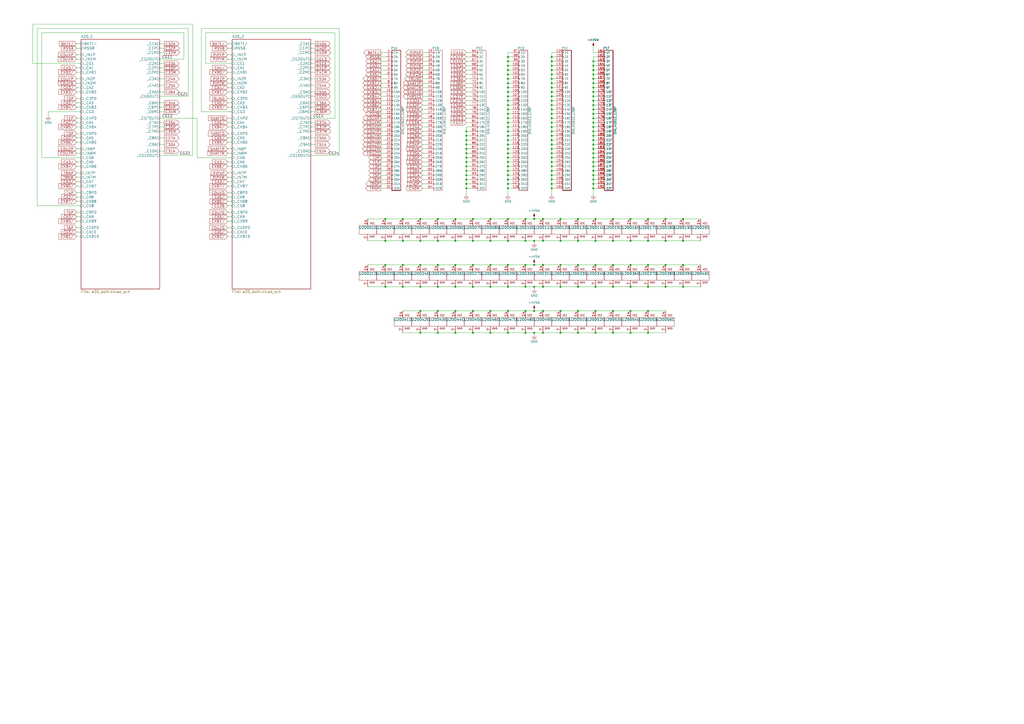
<source format=kicad_sch>
(kicad_sch (version 20211123) (generator eeschema)
  (paper "A2")
  (junction (at 270.51 106.68))
  (junction (at 233.68 153.67))
  (junction (at 320.04 109.22))
  (junction (at 320.04 33.02))
  (junction (at 344.17 48.26))
  (junction (at 223.52 127))
  (junction (at 270.51 93.98))
  (junction (at 309.88 180.34))
  (junction (at 270.51 78.74))
  (junction (at 254 166.37))
  (junction (at 294.64 106.68))
  (junction (at 284.48 127))
  (junction (at 344.17 96.52))
  (junction (at 325.12 153.67))
  (junction (at 270.51 81.28))
  (junction (at 375.92 166.37))
  (junction (at 365.76 166.37))
  (junction (at 344.17 73.66))
  (junction (at 264.16 153.67))
  (junction (at 294.64 101.6))
  (junction (at 284.48 180.34))
  (junction (at 294.64 58.42))
  (junction (at 294.64 99.06))
  (junction (at 344.17 88.9))
  (junction (at 345.44 127))
  (junction (at 264.16 139.7))
  (junction (at 320.04 58.42))
  (junction (at 294.64 109.22))
  (junction (at 355.6 139.7))
  (junction (at 233.68 139.7))
  (junction (at 314.96 180.34))
  (junction (at 320.04 104.14))
  (junction (at 304.8 193.04))
  (junction (at 344.17 86.36))
  (junction (at 344.17 78.74))
  (junction (at 375.92 193.04))
  (junction (at 320.04 45.72))
  (junction (at 243.84 153.67))
  (junction (at 320.04 73.66))
  (junction (at 314.96 193.04))
  (junction (at 344.17 71.12))
  (junction (at 270.51 109.22))
  (junction (at 294.64 63.5))
  (junction (at 264.16 193.04))
  (junction (at 294.64 96.52))
  (junction (at 223.52 166.37))
  (junction (at 365.76 139.7))
  (junction (at 294.64 81.28))
  (junction (at 270.51 76.2))
  (junction (at 294.64 53.34))
  (junction (at 320.04 83.82))
  (junction (at 320.04 88.9))
  (junction (at 294.64 193.04))
  (junction (at 233.68 127))
  (junction (at 294.64 86.36))
  (junction (at 294.64 139.7))
  (junction (at 365.76 127))
  (junction (at 335.28 193.04))
  (junction (at 345.44 193.04))
  (junction (at 320.04 106.68))
  (junction (at 386.08 139.7))
  (junction (at 270.51 88.9))
  (junction (at 335.28 153.67))
  (junction (at 355.6 127))
  (junction (at 320.04 68.58))
  (junction (at 320.04 38.1))
  (junction (at 335.28 166.37))
  (junction (at 396.24 166.37))
  (junction (at 365.76 153.67))
  (junction (at 344.17 43.18))
  (junction (at 320.04 48.26))
  (junction (at 325.12 139.7))
  (junction (at 345.44 166.37))
  (junction (at 344.17 81.28))
  (junction (at 344.17 83.82))
  (junction (at 344.17 55.88))
  (junction (at 274.32 153.67))
  (junction (at 254 153.67))
  (junction (at 270.51 99.06))
  (junction (at 344.17 53.34))
  (junction (at 294.64 45.72))
  (junction (at 309.88 193.04))
  (junction (at 254 127))
  (junction (at 320.04 91.44))
  (junction (at 223.52 139.7))
  (junction (at 344.17 63.5))
  (junction (at 344.17 58.42))
  (junction (at 320.04 53.34))
  (junction (at 320.04 81.28))
  (junction (at 396.24 153.67))
  (junction (at 344.17 109.22))
  (junction (at 355.6 166.37))
  (junction (at 344.17 99.06))
  (junction (at 375.92 180.34))
  (junction (at 294.64 71.12))
  (junction (at 335.28 127))
  (junction (at 274.32 139.7))
  (junction (at 375.92 139.7))
  (junction (at 386.08 166.37))
  (junction (at 344.17 50.8))
  (junction (at 325.12 180.34))
  (junction (at 309.88 166.37))
  (junction (at 320.04 55.88))
  (junction (at 344.17 101.6))
  (junction (at 284.48 153.67))
  (junction (at 294.64 35.56))
  (junction (at 320.04 71.12))
  (junction (at 264.16 127))
  (junction (at 294.64 93.98))
  (junction (at 320.04 76.2))
  (junction (at 294.64 55.88))
  (junction (at 386.08 127))
  (junction (at 314.96 139.7))
  (junction (at 294.64 68.58))
  (junction (at 274.32 180.34))
  (junction (at 320.04 43.18))
  (junction (at 304.8 180.34))
  (junction (at 320.04 93.98))
  (junction (at 294.64 76.2))
  (junction (at 243.84 180.34))
  (junction (at 243.84 193.04))
  (junction (at 294.64 73.66))
  (junction (at 309.88 139.7))
  (junction (at 309.88 153.67))
  (junction (at 254 193.04))
  (junction (at 344.17 38.1))
  (junction (at 320.04 35.56))
  (junction (at 294.64 78.74))
  (junction (at 284.48 139.7))
  (junction (at 284.48 166.37))
  (junction (at 344.17 35.56))
  (junction (at 325.12 193.04))
  (junction (at 264.16 180.34))
  (junction (at 365.76 180.34))
  (junction (at 243.84 166.37))
  (junction (at 345.44 153.67))
  (junction (at 304.8 153.67))
  (junction (at 309.88 127))
  (junction (at 344.17 93.98))
  (junction (at 345.44 180.34))
  (junction (at 344.17 66.04))
  (junction (at 270.51 96.52))
  (junction (at 320.04 50.8))
  (junction (at 320.04 96.52))
  (junction (at 320.04 63.5))
  (junction (at 344.17 68.58))
  (junction (at 294.64 91.44))
  (junction (at 335.28 180.34))
  (junction (at 294.64 166.37))
  (junction (at 375.92 127))
  (junction (at 243.84 139.7))
  (junction (at 344.17 106.68))
  (junction (at 294.64 83.82))
  (junction (at 355.6 153.67))
  (junction (at 294.64 153.67))
  (junction (at 270.51 101.6))
  (junction (at 284.48 193.04))
  (junction (at 294.64 40.64))
  (junction (at 274.32 127))
  (junction (at 320.04 86.36))
  (junction (at 270.51 104.14))
  (junction (at 270.51 86.36))
  (junction (at 294.64 50.8))
  (junction (at 264.16 166.37))
  (junction (at 223.52 153.67))
  (junction (at 254 180.34))
  (junction (at 320.04 66.04))
  (junction (at 375.92 153.67))
  (junction (at 396.24 139.7))
  (junction (at 314.96 166.37))
  (junction (at 294.64 127))
  (junction (at 294.64 33.02))
  (junction (at 386.08 153.67))
  (junction (at 274.32 166.37))
  (junction (at 355.6 193.04))
  (junction (at 304.8 166.37))
  (junction (at 344.17 40.64))
  (junction (at 344.17 76.2))
  (junction (at 314.96 153.67))
  (junction (at 294.64 104.14))
  (junction (at 320.04 101.6))
  (junction (at 396.24 127))
  (junction (at 233.68 166.37))
  (junction (at 320.04 99.06))
  (junction (at 294.64 60.96))
  (junction (at 344.17 45.72))
  (junction (at 344.17 60.96))
  (junction (at 320.04 60.96))
  (junction (at 254 139.7))
  (junction (at 344.17 91.44))
  (junction (at 294.64 43.18))
  (junction (at 345.44 139.7))
  (junction (at 294.64 38.1))
  (junction (at 314.96 127))
  (junction (at 320.04 78.74))
  (junction (at 294.64 48.26))
  (junction (at 243.84 127))
  (junction (at 365.76 193.04))
  (junction (at 270.51 83.82))
  (junction (at 304.8 127))
  (junction (at 335.28 139.7))
  (junction (at 325.12 127))
  (junction (at 274.32 193.04))
  (junction (at 294.64 66.04))
  (junction (at 320.04 40.64))
  (junction (at 344.17 104.14))
  (junction (at 294.64 88.9))
  (junction (at 304.8 139.7))
  (junction (at 270.51 91.44))
  (junction (at 355.6 180.34))
  (junction (at 325.12 166.37))
  (junction (at 294.64 180.34))
  (wire (pts (xy 220.98 86.36) (xy 223.52 86.36)))
  (wire (pts (xy 95.25 71.12) (xy 92.71 71.12)))
  (wire (pts (xy 294.64 40.64) (xy 297.18 40.64)))
  (wire (pts (xy 243.84 153.67) (xy 254 153.67)))
  (wire (pts (xy 309.88 180.34) (xy 314.96 180.34)))
  (wire (pts (xy 245.11 78.74) (xy 247.65 78.74)))
  (wire (pts (xy 132.08 123.19) (xy 134.62 123.19)))
  (wire (pts (xy 270.51 30.48) (xy 273.05 30.48)))
  (wire (pts (xy 335.28 127) (xy 345.44 127)))
  (wire (pts (xy 220.98 38.1) (xy 223.52 38.1)))
  (wire (pts (xy 132.08 73.66) (xy 134.62 73.66)))
  (wire (pts (xy 294.64 43.18) (xy 294.64 45.72)))
  (wire (pts (xy 24.13 91.44) (xy 46.99 91.44)))
  (wire (pts (xy 245.11 81.28) (xy 247.65 81.28)))
  (wire (pts (xy 304.8 180.34) (xy 309.88 180.34)))
  (wire (pts (xy 346.71 33.02) (xy 344.17 33.02)))
  (wire (pts (xy 270.51 88.9) (xy 270.51 91.44)))
  (wire (pts (xy 270.51 99.06) (xy 270.51 101.6)))
  (wire (pts (xy 320.04 68.58) (xy 320.04 71.12)))
  (wire (pts (xy 119.38 36.83) (xy 134.62 36.83)))
  (wire (pts (xy 344.17 58.42) (xy 344.17 60.96)))
  (wire (pts (xy 270.51 73.66) (xy 273.05 73.66)))
  (wire (pts (xy 270.51 86.36) (xy 273.05 86.36)))
  (wire (pts (xy 44.45 57.15) (xy 46.99 57.15)))
  (wire (pts (xy 245.11 43.18) (xy 247.65 43.18)))
  (wire (pts (xy 270.51 48.26) (xy 273.05 48.26)))
  (wire (pts (xy 44.45 80.01) (xy 46.99 80.01)))
  (wire (pts (xy 254 166.37) (xy 243.84 166.37)))
  (wire (pts (xy 132.08 80.01) (xy 134.62 80.01)))
  (wire (pts (xy 344.17 86.36) (xy 346.71 86.36)))
  (wire (pts (xy 320.04 30.48) (xy 320.04 33.02)))
  (wire (pts (xy 294.64 139.7) (xy 284.48 139.7)))
  (wire (pts (xy 254 153.67) (xy 264.16 153.67)))
  (wire (pts (xy 270.51 81.28) (xy 270.51 83.82)))
  (wire (pts (xy 245.11 45.72) (xy 247.65 45.72)))
  (wire (pts (xy 243.84 180.34) (xy 254 180.34)))
  (wire (pts (xy 344.17 68.58) (xy 346.71 68.58)))
  (wire (pts (xy 320.04 43.18) (xy 322.58 43.18)))
  (wire (pts (xy 365.76 153.67) (xy 375.92 153.67)))
  (wire (pts (xy 294.64 76.2) (xy 297.18 76.2)))
  (wire (pts (xy 355.6 153.67) (xy 365.76 153.67)))
  (wire (pts (xy 344.17 83.82) (xy 344.17 86.36)))
  (wire (pts (xy 132.08 68.58) (xy 134.62 68.58)))
  (wire (pts (xy 304.8 127) (xy 309.88 127)))
  (wire (pts (xy 132.08 77.47) (xy 134.62 77.47)))
  (wire (pts (xy 44.45 105.41) (xy 46.99 105.41)))
  (wire (pts (xy 132.08 132.08) (xy 134.62 132.08)))
  (wire (pts (xy 294.64 106.68) (xy 294.64 109.22)))
  (wire (pts (xy 106.68 19.05) (xy 24.13 19.05)))
  (wire (pts (xy 396.24 127) (xy 406.4 127)))
  (wire (pts (xy 44.45 50.8) (xy 46.99 50.8)))
  (wire (pts (xy 180.34 90.17) (xy 196.85 90.17)))
  (wire (pts (xy 294.64 88.9) (xy 297.18 88.9)))
  (wire (pts (xy 132.08 102.87) (xy 134.62 102.87)))
  (wire (pts (xy 294.64 50.8) (xy 297.18 50.8)))
  (wire (pts (xy 270.51 58.42) (xy 273.05 58.42)))
  (wire (pts (xy 245.11 63.5) (xy 247.65 63.5)))
  (wire (pts (xy 345.44 180.34) (xy 355.6 180.34)))
  (wire (pts (xy 294.64 101.6) (xy 294.64 104.14)))
  (wire (pts (xy 294.64 180.34) (xy 304.8 180.34)))
  (wire (pts (xy 320.04 88.9) (xy 322.58 88.9)))
  (wire (pts (xy 182.88 83.82) (xy 180.34 83.82)))
  (wire (pts (xy 196.85 16.51) (xy 116.84 16.51)))
  (wire (pts (xy 344.17 76.2) (xy 346.71 76.2)))
  (wire (pts (xy 375.92 166.37) (xy 365.76 166.37)))
  (wire (pts (xy 386.08 193.04) (xy 375.92 193.04)))
  (wire (pts (xy 182.88 76.2) (xy 180.34 76.2)))
  (wire (pts (xy 233.68 180.34) (xy 243.84 180.34)))
  (wire (pts (xy 396.24 139.7) (xy 386.08 139.7)))
  (wire (pts (xy 320.04 48.26) (xy 322.58 48.26)))
  (wire (pts (xy 220.98 63.5) (xy 223.52 63.5)))
  (wire (pts (xy 320.04 86.36) (xy 322.58 86.36)))
  (wire (pts (xy 245.11 96.52) (xy 247.65 96.52)))
  (wire (pts (xy 314.96 180.34) (xy 325.12 180.34)))
  (wire (pts (xy 274.32 139.7) (xy 264.16 139.7)))
  (wire (pts (xy 245.11 106.68) (xy 247.65 106.68)))
  (wire (pts (xy 182.88 87.63) (xy 180.34 87.63)))
  (wire (pts (xy 320.04 71.12) (xy 322.58 71.12)))
  (wire (pts (xy 335.28 139.7) (xy 325.12 139.7)))
  (wire (pts (xy 344.17 104.14) (xy 346.71 104.14)))
  (wire (pts (xy 320.04 83.82) (xy 322.58 83.82)))
  (wire (pts (xy 223.52 127) (xy 233.68 127)))
  (wire (pts (xy 132.08 25.4) (xy 134.62 25.4)))
  (wire (pts (xy 44.45 125.73) (xy 46.99 125.73)))
  (wire (pts (xy 344.17 30.48) (xy 344.17 26.67)))
  (wire (pts (xy 355.6 127) (xy 365.76 127)))
  (wire (pts (xy 21.59 119.38) (xy 46.99 119.38)))
  (wire (pts (xy 270.51 101.6) (xy 273.05 101.6)))
  (wire (pts (xy 270.51 91.44) (xy 273.05 91.44)))
  (wire (pts (xy 344.17 71.12) (xy 346.71 71.12)))
  (wire (pts (xy 365.76 166.37) (xy 355.6 166.37)))
  (wire (pts (xy 344.17 96.52) (xy 346.71 96.52)))
  (wire (pts (xy 344.17 86.36) (xy 344.17 88.9)))
  (wire (pts (xy 220.98 109.22) (xy 223.52 109.22)))
  (wire (pts (xy 182.88 55.88) (xy 180.34 55.88)))
  (wire (pts (xy 335.28 153.67) (xy 345.44 153.67)))
  (wire (pts (xy 274.32 193.04) (xy 264.16 193.04)))
  (wire (pts (xy 320.04 78.74) (xy 320.04 81.28)))
  (wire (pts (xy 320.04 35.56) (xy 320.04 38.1)))
  (wire (pts (xy 44.45 48.26) (xy 46.99 48.26)))
  (wire (pts (xy 245.11 66.04) (xy 247.65 66.04)))
  (wire (pts (xy 294.64 45.72) (xy 294.64 48.26)))
  (wire (pts (xy 194.31 68.58) (xy 194.31 19.05)))
  (wire (pts (xy 294.64 38.1) (xy 294.64 40.64)))
  (wire (pts (xy 344.17 63.5) (xy 344.17 66.04)))
  (wire (pts (xy 294.64 58.42) (xy 294.64 60.96)))
  (wire (pts (xy 95.25 83.82) (xy 92.71 83.82)))
  (wire (pts (xy 344.17 58.42) (xy 346.71 58.42)))
  (wire (pts (xy 270.51 104.14) (xy 270.51 106.68)))
  (wire (pts (xy 320.04 106.68) (xy 322.58 106.68)))
  (wire (pts (xy 320.04 63.5) (xy 320.04 66.04)))
  (wire (pts (xy 344.17 48.26) (xy 344.17 50.8)))
  (wire (pts (xy 95.25 87.63) (xy 92.71 87.63)))
  (wire (pts (xy 320.04 86.36) (xy 320.04 88.9)))
  (wire (pts (xy 245.11 71.12) (xy 247.65 71.12)))
  (wire (pts (xy 294.64 55.88) (xy 294.64 58.42)))
  (wire (pts (xy 220.98 93.98) (xy 223.52 93.98)))
  (wire (pts (xy 325.12 166.37) (xy 314.96 166.37)))
  (wire (pts (xy 44.45 88.9) (xy 46.99 88.9)))
  (wire (pts (xy 264.16 166.37) (xy 254 166.37)))
  (wire (pts (xy 245.11 35.56) (xy 247.65 35.56)))
  (wire (pts (xy 132.08 48.26) (xy 134.62 48.26)))
  (wire (pts (xy 365.76 139.7) (xy 355.6 139.7)))
  (wire (pts (xy 44.45 132.08) (xy 46.99 132.08)))
  (wire (pts (xy 132.08 86.36) (xy 134.62 86.36)))
  (wire (pts (xy 314.96 153.67) (xy 325.12 153.67)))
  (wire (pts (xy 95.25 36.83) (xy 92.71 36.83)))
  (wire (pts (xy 284.48 139.7) (xy 274.32 139.7)))
  (wire (pts (xy 19.05 13.97) (xy 19.05 36.83)))
  (wire (pts (xy 294.64 63.5) (xy 297.18 63.5)))
  (wire (pts (xy 320.04 96.52) (xy 322.58 96.52)))
  (wire (pts (xy 254 193.04) (xy 243.84 193.04)))
  (wire (pts (xy 92.71 55.88) (xy 109.22 55.88)))
  (wire (pts (xy 245.11 104.14) (xy 247.65 104.14)))
  (wire (pts (xy 294.64 35.56) (xy 294.64 38.1)))
  (wire (pts (xy 320.04 101.6) (xy 320.04 104.14)))
  (wire (pts (xy 44.45 34.29) (xy 46.99 34.29)))
  (wire (pts (xy 325.12 153.67) (xy 335.28 153.67)))
  (wire (pts (xy 270.51 93.98) (xy 270.51 96.52)))
  (wire (pts (xy 220.98 48.26) (xy 223.52 48.26)))
  (wire (pts (xy 344.17 63.5) (xy 346.71 63.5)))
  (wire (pts (xy 132.08 27.94) (xy 134.62 27.94)))
  (wire (pts (xy 44.45 59.69) (xy 46.99 59.69)))
  (wire (pts (xy 294.64 66.04) (xy 294.64 68.58)))
  (wire (pts (xy 220.98 78.74) (xy 223.52 78.74)))
  (wire (pts (xy 220.98 45.72) (xy 223.52 45.72)))
  (wire (pts (xy 44.45 41.91) (xy 46.99 41.91)))
  (wire (pts (xy 270.51 86.36) (xy 270.51 88.9)))
  (wire (pts (xy 344.17 81.28) (xy 346.71 81.28)))
  (wire (pts (xy 320.04 45.72) (xy 320.04 48.26)))
  (wire (pts (xy 245.11 58.42) (xy 247.65 58.42)))
  (wire (pts (xy 309.88 193.04) (xy 304.8 193.04)))
  (wire (pts (xy 344.17 33.02) (xy 344.17 35.56)))
  (wire (pts (xy 220.98 76.2) (xy 223.52 76.2)))
  (wire (pts (xy 270.51 45.72) (xy 273.05 45.72)))
  (wire (pts (xy 111.76 13.97) (xy 19.05 13.97)))
  (wire (pts (xy 182.88 45.72) (xy 180.34 45.72)))
  (wire (pts (xy 294.64 40.64) (xy 294.64 43.18)))
  (wire (pts (xy 270.51 106.68) (xy 273.05 106.68)))
  (wire (pts (xy 344.17 73.66) (xy 346.71 73.66)))
  (wire (pts (xy 309.88 139.7) (xy 309.88 140.97)))
  (wire (pts (xy 304.8 193.04) (xy 294.64 193.04)))
  (wire (pts (xy 386.08 127) (xy 396.24 127)))
  (wire (pts (xy 220.98 53.34) (xy 223.52 53.34)))
  (wire (pts (xy 344.17 99.06) (xy 346.71 99.06)))
  (wire (pts (xy 116.84 16.51) (xy 116.84 64.77)))
  (wire (pts (xy 309.88 166.37) (xy 304.8 166.37)))
  (wire (pts (xy 325.12 180.34) (xy 335.28 180.34)))
  (wire (pts (xy 21.59 16.51) (xy 21.59 119.38)))
  (wire (pts (xy 375.92 193.04) (xy 365.76 193.04)))
  (wire (pts (xy 344.17 101.6) (xy 344.17 104.14)))
  (wire (pts (xy 320.04 109.22) (xy 322.58 109.22)))
  (wire (pts (xy 344.17 68.58) (xy 344.17 71.12)))
  (wire (pts (xy 309.88 139.7) (xy 304.8 139.7)))
  (wire (pts (xy 344.17 71.12) (xy 344.17 73.66)))
  (wire (pts (xy 95.25 49.53) (xy 92.71 49.53)))
  (wire (pts (xy 320.04 40.64) (xy 322.58 40.64)))
  (wire (pts (xy 375.92 127) (xy 386.08 127)))
  (wire (pts (xy 386.08 166.37) (xy 375.92 166.37)))
  (wire (pts (xy 294.64 99.06) (xy 294.64 101.6)))
  (wire (pts (xy 320.04 66.04) (xy 320.04 68.58)))
  (wire (pts (xy 95.25 64.77) (xy 92.71 64.77)))
  (wire (pts (xy 270.51 96.52) (xy 270.51 99.06)))
  (wire (pts (xy 344.17 60.96) (xy 344.17 63.5)))
  (wire (pts (xy 245.11 109.22) (xy 247.65 109.22)))
  (wire (pts (xy 294.64 76.2) (xy 294.64 78.74)))
  (wire (pts (xy 406.4 166.37) (xy 396.24 166.37)))
  (wire (pts (xy 44.45 93.98) (xy 46.99 93.98)))
  (wire (pts (xy 294.64 83.82) (xy 297.18 83.82)))
  (wire (pts (xy 274.32 166.37) (xy 264.16 166.37)))
  (wire (pts (xy 92.71 68.58) (xy 114.3 68.58)))
  (wire (pts (xy 95.25 53.34) (xy 92.71 53.34)))
  (wire (pts (xy 325.12 139.7) (xy 314.96 139.7)))
  (wire (pts (xy 182.88 62.23) (xy 180.34 62.23)))
  (wire (pts (xy 270.51 33.02) (xy 273.05 33.02)))
  (wire (pts (xy 132.08 31.75) (xy 134.62 31.75)))
  (wire (pts (xy 243.84 127) (xy 254 127)))
  (wire (pts (xy 320.04 96.52) (xy 320.04 99.06)))
  (wire (pts (xy 386.08 153.67) (xy 396.24 153.67)))
  (wire (pts (xy 132.08 96.52) (xy 134.62 96.52)))
  (wire (pts (xy 270.51 88.9) (xy 273.05 88.9)))
  (wire (pts (xy 220.98 99.06) (xy 223.52 99.06)))
  (wire (pts (xy 270.51 73.66) (xy 270.51 76.2)))
  (wire (pts (xy 106.68 34.29) (xy 106.68 19.05)))
  (wire (pts (xy 345.44 166.37) (xy 335.28 166.37)))
  (wire (pts (xy 335.28 166.37) (xy 325.12 166.37)))
  (wire (pts (xy 220.98 40.64) (xy 223.52 40.64)))
  (wire (pts (xy 92.71 34.29) (xy 106.68 34.29)))
  (wire (pts (xy 233.68 153.67) (xy 243.84 153.67)))
  (wire (pts (xy 44.45 73.66) (xy 46.99 73.66)))
  (wire (pts (xy 243.84 166.37) (xy 233.68 166.37)))
  (wire (pts (xy 344.17 60.96) (xy 346.71 60.96)))
  (wire (pts (xy 294.64 53.34) (xy 297.18 53.34)))
  (wire (pts (xy 375.92 139.7) (xy 365.76 139.7)))
  (wire (pts (xy 365.76 180.34) (xy 375.92 180.34)))
  (wire (pts (xy 44.45 128.27) (xy 46.99 128.27)))
  (wire (pts (xy 243.84 139.7) (xy 233.68 139.7)))
  (wire (pts (xy 344.17 40.64) (xy 346.71 40.64)))
  (wire (pts (xy 320.04 55.88) (xy 320.04 58.42)))
  (wire (pts (xy 294.64 38.1) (xy 297.18 38.1)))
  (wire (pts (xy 344.17 96.52) (xy 344.17 99.06)))
  (wire (pts (xy 180.34 68.58) (xy 194.31 68.58)))
  (wire (pts (xy 114.3 91.44) (xy 134.62 91.44)))
  (wire (pts (xy 344.17 91.44) (xy 344.17 93.98)))
  (wire (pts (xy 245.11 50.8) (xy 247.65 50.8)))
  (wire (pts (xy 213.36 127) (xy 223.52 127)))
  (wire (pts (xy 264.16 193.04) (xy 254 193.04)))
  (wire (pts (xy 264.16 139.7) (xy 254 139.7)))
  (wire (pts (xy 325.12 193.04) (xy 314.96 193.04)))
  (wire (pts (xy 294.64 104.14) (xy 294.64 106.68)))
  (wire (pts (xy 344.17 106.68) (xy 344.17 109.22)))
  (wire (pts (xy 111.76 90.17) (xy 111.76 13.97)))
  (wire (pts (xy 95.25 45.72) (xy 92.71 45.72)))
  (wire (pts (xy 344.17 53.34) (xy 346.71 53.34)))
  (wire (pts (xy 220.98 55.88) (xy 223.52 55.88)))
  (wire (pts (xy 264.16 153.67) (xy 274.32 153.67)))
  (wire (pts (xy 320.04 50.8) (xy 322.58 50.8)))
  (wire (pts (xy 309.88 179.07) (xy 309.88 180.34)))
  (wire (pts (xy 294.64 86.36) (xy 294.64 88.9)))
  (wire (pts (xy 270.51 40.64) (xy 273.05 40.64)))
  (wire (pts (xy 294.64 68.58) (xy 294.64 71.12)))
  (wire (pts (xy 132.08 53.34) (xy 134.62 53.34)))
  (wire (pts (xy 344.17 66.04) (xy 346.71 66.04)))
  (wire (pts (xy 245.11 53.34) (xy 247.65 53.34)))
  (wire (pts (xy 345.44 139.7) (xy 335.28 139.7)))
  (wire (pts (xy 284.48 193.04) (xy 274.32 193.04)))
  (wire (pts (xy 320.04 66.04) (xy 322.58 66.04)))
  (wire (pts (xy 220.98 60.96) (xy 223.52 60.96)))
  (wire (pts (xy 245.11 88.9) (xy 247.65 88.9)))
  (wire (pts (xy 294.64 48.26) (xy 297.18 48.26)))
  (wire (pts (xy 320.04 76.2) (xy 320.04 78.74)))
  (wire (pts (xy 109.22 16.51) (xy 21.59 16.51)))
  (wire (pts (xy 314.96 166.37) (xy 309.88 166.37)))
  (wire (pts (xy 294.64 81.28) (xy 297.18 81.28)))
  (wire (pts (xy 44.45 123.19) (xy 46.99 123.19)))
  (wire (pts (xy 245.11 68.58) (xy 247.65 68.58)))
  (wire (pts (xy 95.25 73.66) (xy 92.71 73.66)))
  (wire (pts (xy 245.11 101.6) (xy 247.65 101.6)))
  (wire (pts (xy 320.04 109.22) (xy 320.04 113.03)))
  (wire (pts (xy 294.64 68.58) (xy 297.18 68.58)))
  (wire (pts (xy 344.17 35.56) (xy 344.17 38.1)))
  (wire (pts (xy 320.04 60.96) (xy 320.04 63.5)))
  (wire (pts (xy 365.76 193.04) (xy 355.6 193.04)))
  (wire (pts (xy 294.64 66.04) (xy 297.18 66.04)))
  (wire (pts (xy 344.17 93.98) (xy 346.71 93.98)))
  (wire (pts (xy 386.08 139.7) (xy 375.92 139.7)))
  (wire (pts (xy 132.08 114.3) (xy 134.62 114.3)))
  (wire (pts (xy 309.88 125.73) (xy 309.88 127)))
  (wire (pts (xy 44.45 96.52) (xy 46.99 96.52)))
  (wire (pts (xy 44.45 62.23) (xy 46.99 62.23)))
  (wire (pts (xy 344.17 55.88) (xy 344.17 58.42)))
  (wire (pts (xy 245.11 55.88) (xy 247.65 55.88)))
  (wire (pts (xy 365.76 127) (xy 375.92 127)))
  (wire (pts (xy 344.17 43.18) (xy 344.17 45.72)))
  (wire (pts (xy 294.64 99.06) (xy 297.18 99.06)))
  (wire (pts (xy 270.51 109.22) (xy 273.05 109.22)))
  (wire (pts (xy 320.04 63.5) (xy 322.58 63.5)))
  (wire (pts (xy 245.11 86.36) (xy 247.65 86.36)))
  (wire (pts (xy 294.64 73.66) (xy 297.18 73.66)))
  (wire (pts (xy 264.16 127) (xy 274.32 127)))
  (wire (pts (xy 320.04 91.44) (xy 320.04 93.98)))
  (wire (pts (xy 220.98 35.56) (xy 223.52 35.56)))
  (wire (pts (xy 182.88 39.37) (xy 180.34 39.37)))
  (wire (pts (xy 44.45 45.72) (xy 46.99 45.72)))
  (wire (pts (xy 396.24 166.37) (xy 386.08 166.37)))
  (wire (pts (xy 294.64 60.96) (xy 297.18 60.96)))
  (wire (pts (xy 44.45 77.47) (xy 46.99 77.47)))
  (wire (pts (xy 355.6 180.34) (xy 365.76 180.34)))
  (wire (pts (xy 196.85 90.17) (xy 196.85 16.51)))
  (wire (pts (xy 320.04 104.14) (xy 322.58 104.14)))
  (wire (pts (xy 396.24 153.67) (xy 406.4 153.67)))
  (wire (pts (xy 182.88 36.83) (xy 180.34 36.83)))
  (wire (pts (xy 213.36 153.67) (xy 223.52 153.67)))
  (wire (pts (xy 375.92 153.67) (xy 386.08 153.67)))
  (wire (pts (xy 233.68 127) (xy 243.84 127)))
  (wire (pts (xy 344.17 109.22) (xy 344.17 113.03)))
  (wire (pts (xy 294.64 78.74) (xy 294.64 81.28)))
  (wire (pts (xy 344.17 66.04) (xy 344.17 68.58)))
  (wire (pts (xy 294.64 109.22) (xy 294.64 113.03)))
  (wire (pts (xy 182.88 27.94) (xy 180.34 27.94)))
  (wire (pts (xy 132.08 128.27) (xy 134.62 128.27)))
  (wire (pts (xy 223.52 153.67) (xy 233.68 153.67)))
  (wire (pts (xy 116.84 64.77) (xy 134.62 64.77)))
  (wire (pts (xy 309.88 153.67) (xy 314.96 153.67)))
  (wire (pts (xy 346.71 30.48) (xy 344.17 30.48)))
  (wire (pts (xy 320.04 68.58) (xy 322.58 68.58)))
  (wire (pts (xy 182.88 64.77) (xy 180.34 64.77)))
  (wire (pts (xy 344.17 45.72) (xy 344.17 48.26)))
  (wire (pts (xy 19.05 36.83) (xy 46.99 36.83)))
  (wire (pts (xy 344.17 93.98) (xy 344.17 96.52)))
  (wire (pts (xy 294.64 96.52) (xy 294.64 99.06)))
  (wire (pts (xy 44.45 25.4) (xy 46.99 25.4)))
  (wire (pts (xy 294.64 81.28) (xy 294.64 83.82)))
  (wire (pts (xy 44.45 114.3) (xy 46.99 114.3)))
  (wire (pts (xy 270.51 66.04) (xy 273.05 66.04)))
  (wire (pts (xy 320.04 99.06) (xy 320.04 101.6)))
  (wire (pts (xy 320.04 78.74) (xy 322.58 78.74)))
  (wire (pts (xy 182.88 53.34) (xy 180.34 53.34)))
  (wire (pts (xy 335.28 193.04) (xy 325.12 193.04)))
  (wire (pts (xy 355.6 166.37) (xy 345.44 166.37)))
  (wire (pts (xy 44.45 27.94) (xy 46.99 27.94)))
  (wire (pts (xy 294.64 83.82) (xy 294.64 86.36)))
  (wire (pts (xy 95.25 59.69) (xy 92.71 59.69)))
  (wire (pts (xy 294.64 193.04) (xy 284.48 193.04)))
  (wire (pts (xy 95.25 27.94) (xy 92.71 27.94)))
  (wire (pts (xy 233.68 166.37) (xy 223.52 166.37)))
  (wire (pts (xy 92.71 90.17) (xy 111.76 90.17)))
  (wire (pts (xy 254 180.34) (xy 264.16 180.34)))
  (wire (pts (xy 220.98 81.28) (xy 223.52 81.28)))
  (wire (pts (xy 309.88 152.4) (xy 309.88 153.67)))
  (wire (pts (xy 294.64 63.5) (xy 294.64 66.04)))
  (wire (pts (xy 344.17 48.26) (xy 346.71 48.26)))
  (wire (pts (xy 270.51 78.74) (xy 273.05 78.74)))
  (wire (pts (xy 270.51 71.12) (xy 273.05 71.12)))
  (wire (pts (xy 132.08 111.76) (xy 134.62 111.76)))
  (wire (pts (xy 132.08 62.23) (xy 134.62 62.23)))
  (wire (pts (xy 270.51 83.82) (xy 270.51 86.36)))
  (wire (pts (xy 245.11 38.1) (xy 247.65 38.1)))
  (wire (pts (xy 320.04 93.98) (xy 320.04 96.52)))
  (wire (pts (xy 270.51 53.34) (xy 273.05 53.34)))
  (wire (pts (xy 245.11 83.82) (xy 247.65 83.82)))
  (wire (pts (xy 132.08 119.38) (xy 134.62 119.38)))
  (wire (pts (xy 254 139.7) (xy 243.84 139.7)))
  (wire (pts (xy 344.17 73.66) (xy 344.17 76.2)))
  (wire (pts (xy 320.04 88.9) (xy 320.04 91.44)))
  (wire (pts (xy 284.48 153.67) (xy 294.64 153.67)))
  (wire (pts (xy 320.04 91.44) (xy 322.58 91.44)))
  (wire (pts (xy 270.51 76.2) (xy 273.05 76.2)))
  (wire (pts (xy 95.25 30.48) (xy 92.71 30.48)))
  (wire (pts (xy 132.08 105.41) (xy 134.62 105.41)))
  (wire (pts (xy 132.08 93.98) (xy 134.62 93.98)))
  (wire (pts (xy 294.64 104.14) (xy 297.18 104.14)))
  (wire (pts (xy 344.17 104.14) (xy 344.17 106.68)))
  (wire (pts (xy 270.51 109.22) (xy 270.51 113.03)))
  (wire (pts (xy 132.08 50.8) (xy 134.62 50.8)))
  (wire (pts (xy 132.08 41.91) (xy 134.62 41.91)))
  (wire (pts (xy 245.11 33.02) (xy 247.65 33.02)))
  (wire (pts (xy 344.17 38.1) (xy 344.17 40.64)))
  (wire (pts (xy 294.64 101.6) (xy 297.18 101.6)))
  (wire (pts (xy 314.96 139.7) (xy 309.88 139.7)))
  (wire (pts (xy 245.11 40.64) (xy 247.65 40.64)))
  (wire (pts (xy 182.88 59.69) (xy 180.34 59.69)))
  (wire (pts (xy 344.17 53.34) (xy 344.17 55.88)))
  (wire (pts (xy 132.08 34.29) (xy 134.62 34.29)))
  (wire (pts (xy 284.48 180.34) (xy 294.64 180.34)))
  (wire (pts (xy 294.64 153.67) (xy 304.8 153.67)))
  (wire (pts (xy 182.88 34.29) (xy 180.34 34.29)))
  (wire (pts (xy 355.6 139.7) (xy 345.44 139.7)))
  (wire (pts (xy 320.04 81.28) (xy 320.04 83.82)))
  (wire (pts (xy 44.45 107.95) (xy 46.99 107.95)))
  (wire (pts (xy 270.51 93.98) (xy 273.05 93.98)))
  (wire (pts (xy 320.04 58.42) (xy 320.04 60.96)))
  (wire (pts (xy 344.17 45.72) (xy 346.71 45.72)))
  (wire (pts (xy 220.98 96.52) (xy 223.52 96.52)))
  (wire (pts (xy 270.51 55.88) (xy 273.05 55.88)))
  (wire (pts (xy 322.58 33.02) (xy 320.04 33.02)))
  (wire (pts (xy 294.64 109.22) (xy 297.18 109.22)))
  (wire (pts (xy 309.88 127) (xy 314.96 127)))
  (wire (pts (xy 294.64 48.26) (xy 294.64 50.8)))
  (wire (pts (xy 309.88 193.04) (xy 309.88 194.31)))
  (wire (pts (xy 320.04 99.06) (xy 322.58 99.06)))
  (wire (pts (xy 220.98 106.68) (xy 223.52 106.68)))
  (wire (pts (xy 304.8 153.67) (xy 309.88 153.67)))
  (wire (pts (xy 223.52 139.7) (xy 213.36 139.7)))
  (wire (pts (xy 220.98 83.82) (xy 223.52 83.82)))
  (wire (pts (xy 245.11 93.98) (xy 247.65 93.98)))
  (wire (pts (xy 344.17 78.74) (xy 346.71 78.74)))
  (wire (pts (xy 245.11 48.26) (xy 247.65 48.26)))
  (wire (pts (xy 132.08 134.62) (xy 134.62 134.62)))
  (wire (pts (xy 44.45 102.87) (xy 46.99 102.87)))
  (wire (pts (xy 344.17 43.18) (xy 346.71 43.18)))
  (wire (pts (xy 314.96 193.04) (xy 309.88 193.04)))
  (wire (pts (xy 344.17 55.88) (xy 346.71 55.88)))
  (wire (pts (xy 220.98 88.9) (xy 223.52 88.9)))
  (wire (pts (xy 132.08 116.84) (xy 134.62 116.84)))
  (wire (pts (xy 294.64 45.72) (xy 297.18 45.72)))
  (wire (pts (xy 95.25 76.2) (xy 92.71 76.2)))
  (wire (pts (xy 294.64 50.8) (xy 294.64 53.34)))
  (wire (pts (xy 274.32 180.34) (xy 284.48 180.34)))
  (wire (pts (xy 270.51 76.2) (xy 270.51 78.74)))
  (wire (pts (xy 44.45 116.84) (xy 46.99 116.84)))
  (wire (pts (xy 320.04 50.8) (xy 320.04 53.34)))
  (wire (pts (xy 245.11 60.96) (xy 247.65 60.96)))
  (wire (pts (xy 270.51 83.82) (xy 273.05 83.82)))
  (wire (pts (xy 270.51 81.28) (xy 273.05 81.28)))
  (wire (pts (xy 243.84 193.04) (xy 233.68 193.04)))
  (wire (pts (xy 344.17 81.28) (xy 344.17 83.82)))
  (wire (pts (xy 294.64 55.88) (xy 297.18 55.88)))
  (wire (pts (xy 182.88 41.91) (xy 180.34 41.91)))
  (wire (pts (xy 344.17 76.2) (xy 344.17 78.74)))
  (wire (pts (xy 270.51 43.18) (xy 273.05 43.18)))
  (wire (pts (xy 344.17 78.74) (xy 344.17 81.28)))
  (wire (pts (xy 304.8 139.7) (xy 294.64 139.7)))
  (wire (pts (xy 132.08 57.15) (xy 134.62 57.15)))
  (wire (pts (xy 320.04 58.42) (xy 322.58 58.42)))
  (wire (pts (xy 44.45 53.34) (xy 46.99 53.34)))
  (wire (pts (xy 44.45 82.55) (xy 46.99 82.55)))
  (wire (pts (xy 245.11 76.2) (xy 247.65 76.2)))
  (wire (pts (xy 294.64 60.96) (xy 294.64 63.5)))
  (wire (pts (xy 270.51 99.06) (xy 273.05 99.06)))
  (wire (pts (xy 375.92 180.34) (xy 386.08 180.34)))
  (wire (pts (xy 220.98 71.12) (xy 223.52 71.12)))
  (wire (pts (xy 294.64 30.48) (xy 294.64 33.02)))
  (wire (pts (xy 44.45 71.12) (xy 46.99 71.12)))
  (wire (pts (xy 132.08 137.16) (xy 134.62 137.16)))
  (wire (pts (xy 182.88 49.53) (xy 180.34 49.53)))
  (wire (pts (xy 220.98 101.6) (xy 223.52 101.6)))
  (wire (pts (xy 284.48 166.37) (xy 274.32 166.37)))
  (wire (pts (xy 325.12 127) (xy 335.28 127)))
  (wire (pts (xy 44.45 86.36) (xy 46.99 86.36)))
  (wire (pts (xy 132.08 82.55) (xy 134.62 82.55)))
  (wire (pts (xy 320.04 33.02) (xy 320.04 35.56)))
  (wire (pts (xy 294.64 71.12) (xy 294.64 73.66)))
  (wire (pts (xy 294.64 71.12) (xy 297.18 71.12)))
  (wire (pts (xy 294.64 91.44) (xy 294.64 93.98)))
  (wire (pts (xy 270.51 106.68) (xy 270.51 109.22)))
  (wire (pts (xy 44.45 137.16) (xy 46.99 137.16)))
  (wire (pts (xy 344.17 91.44) (xy 346.71 91.44)))
  (wire (pts (xy 304.8 166.37) (xy 294.64 166.37)))
  (wire (pts (xy 44.45 31.75) (xy 46.99 31.75)))
  (wire (pts (xy 270.51 38.1) (xy 273.05 38.1)))
  (wire (pts (xy 320.04 48.26) (xy 320.04 50.8)))
  (wire (pts (xy 223.52 166.37) (xy 213.36 166.37)))
  (wire (pts (xy 314.96 127) (xy 325.12 127)))
  (wire (pts (xy 194.31 19.05) (xy 119.38 19.05)))
  (wire (pts (xy 270.51 63.5) (xy 273.05 63.5)))
  (wire (pts (xy 294.64 58.42) (xy 297.18 58.42)))
  (wire (pts (xy 220.98 33.02) (xy 223.52 33.02)))
  (wire (pts (xy 320.04 106.68) (xy 320.04 109.22)))
  (wire (pts (xy 233.68 139.7) (xy 223.52 139.7)))
  (wire (pts (xy 132.08 107.95) (xy 134.62 107.95)))
  (wire (pts (xy 344.17 50.8) (xy 346.71 50.8)))
  (wire (pts (xy 294.64 86.36) (xy 297.18 86.36)))
  (wire (pts (xy 46.99 64.77) (xy 27.94 64.77)))
  (wire (pts (xy 294.64 106.68) (xy 297.18 106.68)))
  (wire (pts (xy 355.6 193.04) (xy 345.44 193.04)))
  (wire (pts (xy 220.98 58.42) (xy 223.52 58.42)))
  (wire (pts (xy 44.45 68.58) (xy 46.99 68.58)))
  (wire (pts (xy 270.51 35.56) (xy 273.05 35.56)))
  (wire (pts (xy 270.51 91.44) (xy 270.51 93.98)))
  (wire (pts (xy 182.88 71.12) (xy 180.34 71.12)))
  (wire (pts (xy 132.08 125.73) (xy 134.62 125.73)))
  (wire (pts (xy 320.04 35.56) (xy 322.58 35.56)))
  (wire (pts (xy 254 127) (xy 264.16 127)))
  (wire (pts (xy 44.45 100.33) (xy 46.99 100.33)))
  (wire (pts (xy 320.04 38.1) (xy 322.58 38.1)))
  (wire (pts (xy 95.25 39.37) (xy 92.71 39.37)))
  (wire (pts (xy 220.98 30.48) (xy 223.52 30.48)))
  (wire (pts (xy 346.71 35.56) (xy 344.17 35.56)))
  (wire (pts (xy 119.38 19.05) (xy 119.38 36.83)))
  (wire (pts (xy 309.88 166.37) (xy 309.88 167.64)))
  (wire (pts (xy 320.04 53.34) (xy 322.58 53.34)))
  (wire (pts (xy 270.51 96.52) (xy 273.05 96.52)))
  (wire (pts (xy 320.04 53.34) (xy 320.04 55.88)))
  (wire (pts (xy 245.11 73.66) (xy 247.65 73.66)))
  (wire (pts (xy 270.51 101.6) (xy 270.51 104.14)))
  (wire (pts (xy 320.04 45.72) (xy 322.58 45.72)))
  (wire (pts (xy 220.98 50.8) (xy 223.52 50.8)))
  (wire (pts (xy 27.94 64.77) (xy 27.94 67.31)))
  (wire (pts (xy 322.58 30.48) (xy 320.04 30.48)))
  (wire (pts (xy 344.17 109.22) (xy 346.71 109.22)))
  (wire (pts (xy 270.51 78.74) (xy 270.51 81.28)))
  (wire (pts (xy 320.04 73.66) (xy 320.04 76.2)))
  (wire (pts (xy 44.45 111.76) (xy 46.99 111.76)))
  (wire (pts (xy 294.64 166.37) (xy 284.48 166.37)))
  (wire (pts (xy 294.64 35.56) (xy 297.18 35.56)))
  (wire (pts (xy 345.44 153.67) (xy 355.6 153.67)))
  (wire (pts (xy 320.04 101.6) (xy 322.58 101.6)))
  (wire (pts (xy 344.17 83.82) (xy 346.71 83.82)))
  (wire (pts (xy 95.25 41.91) (xy 92.71 41.91)))
  (wire (pts (xy 132.08 45.72) (xy 134.62 45.72)))
  (wire (pts (xy 320.04 38.1) (xy 320.04 40.64)))
  (wire (pts (xy 344.17 88.9) (xy 344.17 91.44)))
  (wire (pts (xy 344.17 38.1) (xy 346.71 38.1)))
  (wire (pts (xy 294.64 78.74) (xy 297.18 78.74)))
  (wire (pts (xy 132.08 39.37) (xy 134.62 39.37)))
  (wire (pts (xy 95.25 62.23) (xy 92.71 62.23)))
  (wire (pts (xy 274.32 127) (xy 284.48 127)))
  (wire (pts (xy 294.64 127) (xy 304.8 127)))
  (wire (pts (xy 220.98 91.44) (xy 223.52 91.44)))
  (wire (pts (xy 44.45 39.37) (xy 46.99 39.37)))
  (wire (pts (xy 245.11 30.48) (xy 247.65 30.48)))
  (wire (pts (xy 270.51 60.96) (xy 273.05 60.96)))
  (wire (pts (xy 274.32 153.67) (xy 284.48 153.67)))
  (wire (pts (xy 24.13 19.05) (xy 24.13 91.44)))
  (wire (pts (xy 270.51 68.58) (xy 273.05 68.58)))
  (wire (pts (xy 294.64 93.98) (xy 297.18 93.98)))
  (wire (pts (xy 320.04 93.98) (xy 322.58 93.98)))
  (wire (pts (xy 294.64 53.34) (xy 294.64 55.88)))
  (wire (pts (xy 320.04 43.18) (xy 320.04 45.72)))
  (wire (pts (xy 406.4 139.7) (xy 396.24 139.7)))
  (wire (pts (xy 320.04 40.64) (xy 320.04 43.18)))
  (wire (pts (xy 320.04 60.96) (xy 322.58 60.96)))
  (wire (pts (xy 132.08 88.9) (xy 134.62 88.9)))
  (wire (pts (xy 320.04 104.14) (xy 320.04 106.68)))
  (wire (pts (xy 270.51 50.8) (xy 273.05 50.8)))
  (wire (pts (xy 284.48 127) (xy 294.64 127)))
  (wire (pts (xy 245.11 91.44) (xy 247.65 91.44)))
  (wire (pts (xy 220.98 43.18) (xy 223.52 43.18)))
  (wire (pts (xy 44.45 134.62) (xy 46.99 134.62)))
  (wire (pts (xy 320.04 55.88) (xy 322.58 55.88)))
  (wire (pts (xy 294.64 93.98) (xy 294.64 96.52)))
  (wire (pts (xy 344.17 50.8) (xy 344.17 53.34)))
  (wire (pts (xy 294.64 88.9) (xy 294.64 91.44)))
  (wire (pts (xy 294.64 43.18) (xy 297.18 43.18)))
  (wire (pts (xy 109.22 55.88) (xy 109.22 16.51)))
  (wire (pts (xy 182.88 25.4) (xy 180.34 25.4)))
  (wire (pts (xy 220.98 104.14) (xy 223.52 104.14)))
  (wire (pts (xy 320.04 83.82) (xy 320.04 86.36)))
  (wire (pts (xy 270.51 104.14) (xy 273.05 104.14)))
  (wire (pts (xy 294.64 96.52) (xy 297.18 96.52)))
  (wire (pts (xy 132.08 71.12) (xy 134.62 71.12)))
  (wire (pts (xy 182.88 30.48) (xy 180.34 30.48)))
  (wire (pts (xy 320.04 71.12) (xy 320.04 73.66)))
  (wire (pts (xy 114.3 68.58) (xy 114.3 91.44)))
  (wire (pts (xy 345.44 193.04) (xy 335.28 193.04)))
  (wire (pts (xy 294.64 91.44) (xy 297.18 91.44)))
  (wire (pts (xy 264.16 180.34) (xy 274.32 180.34)))
  (wire (pts (xy 294.64 73.66) (xy 294.64 76.2)))
  (wire (pts (xy 132.08 59.69) (xy 134.62 59.69)))
  (wire (pts (xy 182.88 80.01) (xy 180.34 80.01)))
  (wire (pts (xy 297.18 33.02) (xy 294.64 33.02)))
  (wire (pts (xy 220.98 66.04) (xy 223.52 66.04)))
  (wire (pts (xy 344.17 88.9) (xy 346.71 88.9)))
  (wire (pts (xy 132.08 100.33) (xy 134.62 100.33)))
  (wire (pts (xy 344.17 106.68) (xy 346.71 106.68)))
  (wire (pts (xy 345.44 127) (xy 355.6 127)))
  (wire (pts (xy 320.04 73.66) (xy 322.58 73.66)))
  (wire (pts (xy 245.11 99.06) (xy 247.65 99.06)))
  (wire (pts (xy 220.98 68.58) (xy 223.52 68.58)))
  (wire (pts (xy 297.18 30.48) (xy 294.64 30.48)))
  (wire (pts (xy 344.17 99.06) (xy 344.17 101.6)))
  (wire (pts (xy 344.17 101.6) (xy 346.71 101.6)))
  (wire (pts (xy 182.88 73.66) (xy 180.34 73.66)))
  (wire (pts (xy 220.98 73.66) (xy 223.52 73.66)))
  (wire (pts (xy 95.25 80.01) (xy 92.71 80.01)))
  (wire (pts (xy 344.17 40.64) (xy 344.17 43.18)))
  (wire (pts (xy 294.64 33.02) (xy 294.64 35.56)))
  (wire (pts (xy 320.04 76.2) (xy 322.58 76.2)))
  (wire (pts (xy 335.28 180.34) (xy 345.44 180.34)))
  (wire (pts (xy 95.25 25.4) (xy 92.71 25.4)))
  (wire (pts (xy 320.04 81.28) (xy 322.58 81.28)))
  (label "CG24" (at 190.5 90.17 0) (effects (font (size 1.524 1.524))))
  (label "CG12" (at 93.98 68.58 0) (effects (font (size 1.524 1.524))))
  (label "CG22" (at 104.14 90.17 0) (effects (font (size 1.524 1.524))))
  (label "CG21" (at 102.87 55.88 0) (effects (font (size 1.524 1.524))))
  (label "CG11" (at 93.98 34.29 0) (effects (font (size 1.524 1.524))))
  (label "CG14" (at 181.61 68.58 0) (effects (font (size 1.524 1.524))))
  (global_label "CXB1/" (shape input) (at 44.45 137.16 180) (effects (font (size 1.524 1.524))) (property "Referenzen zwischen Schaltplänen" "${INTERSHEET_REFS}" (effects hide)))
  (global_label "C50A" (shape output) (at 182.88 80.01 0) (effects (font (size 1.524 1.524))) (property "Referenzen zwischen Schaltplänen" "${INTERSHEET_REFS}" (effects hide)))
  (global_label "CDUXM" (shape input) (at 44.45 34.29 180) (effects (font (size 1.524 1.524))) (property "Referenzen zwischen Schaltplänen" "${INTERSHEET_REFS}" (effects hide)))
  (global_label "BKTF/" (shape output) (at 220.98 30.48 180) (effects (font (size 1.524 1.524))) (property "Referenzen zwischen Schaltplänen" "${INTERSHEET_REFS}" (effects hide)))
  (global_label "C35A" (shape input) (at 245.11 88.9 180) (effects (font (size 1.524 1.524))) (property "Referenzen zwischen Schaltplänen" "${INTERSHEET_REFS}" (effects hide)))
  (global_label "C24A" (shape output) (at 95.25 45.72 0) (effects (font (size 1.524 1.524))) (property "Referenzen zwischen Schaltplänen" "${INTERSHEET_REFS}" (effects hide)))
  (global_label "CDUZP" (shape output) (at 220.98 83.82 180) (effects (font (size 1.524 1.524))) (property "Referenzen zwischen Schaltplänen" "${INTERSHEET_REFS}" (effects hide)))
  (global_label "PIPYM" (shape input) (at 132.08 34.29 180) (effects (font (size 1.524 1.524))) (property "Referenzen zwischen Schaltplänen" "${INTERSHEET_REFS}" (effects hide)))
  (global_label "T5P" (shape input) (at 44.45 123.19 180) (effects (font (size 1.524 1.524))) (property "Referenzen zwischen Schaltplänen" "${INTERSHEET_REFS}" (effects hide)))
  (global_label "CDUXM" (shape output) (at 220.98 71.12 180) (effects (font (size 1.524 1.524))) (property "Referenzen zwischen Schaltplänen" "${INTERSHEET_REFS}" (effects hide)))
  (global_label "C30A" (shape output) (at 95.25 83.82 0) (effects (font (size 1.524 1.524))) (property "Referenzen zwischen Schaltplänen" "${INTERSHEET_REFS}" (effects hide)))
  (global_label "C53A" (shape output) (at 182.88 45.72 0) (effects (font (size 1.524 1.524))) (property "Referenzen zwischen Schaltplänen" "${INTERSHEET_REFS}" (effects hide)))
  (global_label "CA5/" (shape input) (at 132.08 114.3 180) (effects (font (size 1.524 1.524))) (property "Referenzen zwischen Schaltplänen" "${INTERSHEET_REFS}" (effects hide)))
  (global_label "CG13" (shape output) (at 182.88 34.29 0) (effects (font (size 1.524 1.524))) (property "Referenzen zwischen Schaltplänen" "${INTERSHEET_REFS}" (effects hide)))
  (global_label "C32A" (shape input) (at 245.11 58.42 180) (effects (font (size 1.524 1.524))) (property "Referenzen zwischen Schaltplänen" "${INTERSHEET_REFS}" (effects hide)))
  (global_label "C36A" (shape output) (at 182.88 59.69 0) (effects (font (size 1.524 1.524))) (property "Referenzen zwischen Schaltplänen" "${INTERSHEET_REFS}" (effects hide)))
  (global_label "CDUZD" (shape output) (at 220.98 88.9 180) (effects (font (size 1.524 1.524))) (property "Referenzen zwischen Schaltplänen" "${INTERSHEET_REFS}" (effects hide)))
  (global_label "CA4/" (shape input) (at 132.08 39.37 180) (effects (font (size 1.524 1.524))) (property "Referenzen zwischen Schaltplänen" "${INTERSHEET_REFS}" (effects hide)))
  (global_label "C37A" (shape input) (at 270.51 53.34 180) (effects (font (size 1.524 1.524))) (property "Referenzen zwischen Schaltplänen" "${INTERSHEET_REFS}" (effects hide)))
  (global_label "T4P" (shape output) (at 220.98 99.06 180) (effects (font (size 1.524 1.524))) (property "Referenzen zwischen Schaltplänen" "${INTERSHEET_REFS}" (effects hide)))
  (global_label "CXB0/" (shape output) (at 220.98 45.72 180) (effects (font (size 1.524 1.524))) (property "Referenzen zwischen Schaltplänen" "${INTERSHEET_REFS}" (effects hide)))
  (global_label "PIPXM" (shape output) (at 245.11 33.02 180) (effects (font (size 1.524 1.524))) (property "Referenzen zwischen Schaltplänen" "${INTERSHEET_REFS}" (effects hide)))
  (global_label "C33M" (shape input) (at 245.11 71.12 180) (effects (font (size 1.524 1.524))) (property "Referenzen zwischen Schaltplänen" "${INTERSHEET_REFS}" (effects hide)))
  (global_label "CA4/" (shape input) (at 132.08 50.8 180) (effects (font (size 1.524 1.524))) (property "Referenzen zwischen Schaltplänen" "${INTERSHEET_REFS}" (effects hide)))
  (global_label "RSSB" (shape input) (at 44.45 27.94 180) (effects (font (size 1.524 1.524))) (property "Referenzen zwischen Schaltplänen" "${INTERSHEET_REFS}" (effects hide)))
  (global_label "C35P" (shape input) (at 245.11 91.44 180) (effects (font (size 1.524 1.524))) (property "Referenzen zwischen Schaltplänen" "${INTERSHEET_REFS}" (effects hide)))
  (global_label "C32A" (shape output) (at 95.25 25.4 0) (effects (font (size 1.524 1.524))) (property "Referenzen zwischen Schaltplänen" "${INTERSHEET_REFS}" (effects hide)))
  (global_label "THRSTD" (shape output) (at 245.11 55.88 180) (effects (font (size 1.524 1.524))) (property "Referenzen zwischen Schaltplänen" "${INTERSHEET_REFS}" (effects hide)))
  (global_label "SHAFTM" (shape output) (at 245.11 50.8 180) (effects (font (size 1.524 1.524))) (property "Referenzen zwischen Schaltplänen" "${INTERSHEET_REFS}" (effects hide)))
  (global_label "CXB4/" (shape input) (at 132.08 73.66 180) (effects (font (size 1.524 1.524))) (property "Referenzen zwischen Schaltplänen" "${INTERSHEET_REFS}" (effects hide)))
  (global_label "C40M" (shape input) (at 245.11 109.22 180) (effects (font (size 1.524 1.524))) (property "Referenzen zwischen Schaltplänen" "${INTERSHEET_REFS}" (effects hide)))
  (global_label "THRSTD" (shape input) (at 132.08 77.47 180) (effects (font (size 1.524 1.524))) (property "Referenzen zwischen Schaltplänen" "${INTERSHEET_REFS}" (effects hide)))
  (global_label "CA5/" (shape input) (at 132.08 134.62 180) (effects (font (size 1.524 1.524))) (property "Referenzen zwischen Schaltplänen" "${INTERSHEET_REFS}" (effects hide)))
  (global_label "C41A" (shape input) (at 270.51 30.48 180) (effects (font (size 1.524 1.524))) (property "Referenzen zwischen Schaltplänen" "${INTERSHEET_REFS}" (effects hide)))
  (global_label "CDUXP" (shape output) (at 220.98 68.58 180) (effects (font (size 1.524 1.524))) (property "Referenzen zwischen Schaltplänen" "${INTERSHEET_REFS}" (effects hide)))
  (global_label "C41M" (shape input) (at 270.51 35.56 180) (effects (font (size 1.524 1.524))) (property "Referenzen zwischen Schaltplänen" "${INTERSHEET_REFS}" (effects hide)))
  (global_label "C30A" (shape input) (at 245.11 99.06 180) (effects (font (size 1.524 1.524))) (property "Referenzen zwischen Schaltplänen" "${INTERSHEET_REFS}" (effects hide)))
  (global_label "C34M" (shape output) (at 95.25 64.77 0) (effects (font (size 1.524 1.524))) (property "Referenzen zwischen Schaltplänen" "${INTERSHEET_REFS}" (effects hide)))
  (global_label "CXB1/" (shape input) (at 132.08 128.27 180) (effects (font (size 1.524 1.524))) (property "Referenzen zwischen Schaltplänen" "${INTERSHEET_REFS}" (effects hide)))
  (global_label "CA5/" (shape input) (at 132.08 125.73 180) (effects (font (size 1.524 1.524))) (property "Referenzen zwischen Schaltplänen" "${INTERSHEET_REFS}" (effects hide)))
  (global_label "C33A" (shape input) (at 245.11 66.04 180) (effects (font (size 1.524 1.524))) (property "Referenzen zwischen Schaltplänen" "${INTERSHEET_REFS}" (effects hide)))
  (global_label "CXB4/" (shape input) (at 44.45 62.23 180) (effects (font (size 1.524 1.524))) (property "Referenzen zwischen Schaltplänen" "${INTERSHEET_REFS}" (effects hide)))
  (global_label "TRNP" (shape input) (at 44.45 100.33 180) (effects (font (size 1.524 1.524))) (property "Referenzen zwischen Schaltplänen" "${INTERSHEET_REFS}" (effects hide)))
  (global_label "CXB6/" (shape output) (at 220.98 60.96 180) (effects (font (size 1.524 1.524))) (property "Referenzen zwischen Schaltplänen" "${INTERSHEET_REFS}" (effects hide)))
  (global_label "CA2/" (shape input) (at 44.45 114.3 180) (effects (font (size 1.524 1.524))) (property "Referenzen zwischen Schaltplänen" "${INTERSHEET_REFS}" (effects hide)))
  (global_label "C26A" (shape input) (at 245.11 78.74 180) (effects (font (size 1.524 1.524))) (property "Referenzen zwischen Schaltplänen" "${INTERSHEET_REFS}" (effects hide)))
  (global_label "C35P" (shape output) (at 95.25 73.66 0) (effects (font (size 1.524 1.524))) (property "Referenzen zwischen Schaltplänen" "${INTERSHEET_REFS}" (effects hide)))
  (global_label "CG13" (shape input) (at 270.51 68.58 180) (effects (font (size 1.524 1.524))) (property "Referenzen zwischen Schaltplänen" "${INTERSHEET_REFS}" (effects hide)))
  (global_label "C26A" (shape output) (at 95.25 53.34 0) (effects (font (size 1.524 1.524))) (property "Referenzen zwischen Schaltplänen" "${INTERSHEET_REFS}" (effects hide)))
  (global_label "SHAFTD" (shape output) (at 245.11 53.34 180) (effects (font (size 1.524 1.524))) (property "Referenzen zwischen Schaltplänen" "${INTERSHEET_REFS}" (effects hide)))
  (global_label "CA2/" (shape input) (at 44.45 80.01 180) (effects (font (size 1.524 1.524))) (property "Referenzen zwischen Schaltplänen" "${INTERSHEET_REFS}" (effects hide)))
  (global_label "CXB1/" (shape input) (at 132.08 53.34 180) (effects (font (size 1.524 1.524))) (property "Referenzen zwischen Schaltplänen" "${INTERSHEET_REFS}" (effects hide)))
  (global_label "CA3/" (shape input) (at 132.08 93.98 180) (effects (font (size 1.524 1.524))) (property "Referenzen zwischen Schaltplänen" "${INTERSHEET_REFS}" (effects hide)))
  (global_label "C40A" (shape output) (at 182.88 25.4 0) (effects (font (size 1.524 1.524))) (property "Referenzen zwischen Schaltplänen" "${INTERSHEET_REFS}" (effects hide)))
  (global_label "CA5/" (shape input) (at 132.08 71.12 180) (effects (font (size 1.524 1.524))) (property "Referenzen zwischen Schaltplänen" "${INTERSHEET_REFS}" (effects hide)))
  (global_label "T6P" (shape input) (at 44.45 132.08 180) (effects (font (size 1.524 1.524))) (property "Referenzen zwischen Schaltplänen" "${INTERSHEET_REFS}" (effects hide)))
  (global_label "CXB5/" (shape output) (at 220.98 58.42 180) (effects (font (size 1.524 1.524))) (property "Referenzen zwischen Schaltplänen" "${INTERSHEET_REFS}" (effects hide)))
  (global_label "C32M" (shape input) (at 245.11 63.5 180) (effects (font (size 1.524 1.524))) (property "Referenzen zwischen Schaltplänen" "${INTERSHEET_REFS}" (effects hide)))
  (global_label "T2P" (shape output) (at 220.98 91.44 180) (effects (font (size 1.524 1.524))) (property "Referenzen zwischen Schaltplänen" "${INTERSHEET_REFS}" (effects hide)))
  (global_label "CXB2/" (shape input) (at 132.08 137.16 180) (effects (font (size 1.524 1.524))) (property "Referenzen zwischen Schaltplänen" "${INTERSHEET_REFS}" (effects hide)))
  (global_label "CXB5/" (shape input) (at 44.45 73.66 180) (effects (font (size 1.524 1.524))) (property "Referenzen zwischen Schaltplänen" "${INTERSHEET_REFS}" (effects hide)))
  (global_label "C25A" (shape output) (at 95.25 49.53 0) (effects (font (size 1.524 1.524))) (property "Referenzen zwischen Schaltplänen" "${INTERSHEET_REFS}" (effects hide)))
  (global_label "CA3/" (shape input) (at 132.08 105.41 180) (effects (font (size 1.524 1.524))) (property "Referenzen zwischen Schaltplänen" "${INTERSHEET_REFS}" (effects hide)))
  (global_label "PIPYP" (shape input) (at 132.08 31.75 180) (effects (font (size 1.524 1.524))) (property "Referenzen zwischen Schaltplänen" "${INTERSHEET_REFS}" (effects hide)))
  (global_label "CA2/" (shape output) (at 220.98 35.56 180) (effects (font (size 1.524 1.524))) (property "Referenzen zwischen Schaltplänen" "${INTERSHEET_REFS}" (effects hide)))
  (global_label "CXB2/" (shape input) (at 44.45 41.91 180) (effects (font (size 1.524 1.524))) (property "Referenzen zwischen Schaltplänen" "${INTERSHEET_REFS}" (effects hide)))
  (global_label "T1P" (shape output) (at 220.98 93.98 180) (effects (font (size 1.524 1.524))) (property "Referenzen zwischen Schaltplänen" "${INTERSHEET_REFS}" (effects hide)))
  (global_label "CDUZP" (shape input) (at 44.45 86.36 180) (effects (font (size 1.524 1.524))) (property "Referenzen zwischen Schaltplänen" "${INTERSHEET_REFS}" (effects hide)))
  (global_label "TRNP" (shape output) (at 220.98 106.68 180) (effects (font (size 1.524 1.524))) (property "Referenzen zwischen Schaltplänen" "${INTERSHEET_REFS}" (effects hide)))
  (global_label "C32P" (shape input) (at 245.11 60.96 180) (effects (font (size 1.524 1.524))) (property "Referenzen zwischen Schaltplänen" "${INTERSHEET_REFS}" (effects hide)))
  (global_label "C36M" (shape output) (at 182.88 64.77 0) (effects (font (size 1.524 1.524))) (property "Referenzen zwischen Schaltplänen" "${INTERSHEET_REFS}" (effects hide)))
  (global_label "C33A" (shape output) (at 95.25 36.83 0) (effects (font (size 1.524 1.524))) (property "Referenzen zwischen Schaltplänen" "${INTERSHEET_REFS}" (effects hide)))
  (global_label "CXB2/" (shape output) (at 220.98 50.8 180) (effects (font (size 1.524 1.524))) (property "Referenzen zwischen Schaltplänen" "${INTERSHEET_REFS}" (effects hide)))
  (global_label "CDUXD" (shape input) (at 132.08 111.76 180) (effects (font (size 1.524 1.524))) (property "Referenzen zwischen Schaltplänen" "${INTERSHEET_REFS}" (effects hide)))
  (global_label "CDUZM" (shape input) (at 44.45 88.9 180) (effects (font (size 1.524 1.524))) (property "Referenzen zwischen Schaltplänen" "${INTERSHEET_REFS}" (effects hide)))
  (global_label "PIPZM" (shape input) (at 132.08 48.26 180) (effects (font (size 1.524 1.524))) (property "Referenzen zwischen Schaltplänen" "${INTERSHEET_REFS}" (effects hide)))
  (global_label "C33P" (shape output) (at 95.25 39.37 0) (effects (font (size 1.524 1.524))) (property "Referenzen zwischen Schaltplänen" "${INTERSHEET_REFS}" (effects hide)))
  (global_label "C24A" (shape input) (at 245.11 73.66 180) (effects (font (size 1.524 1.524))) (property "Referenzen zwischen Schaltplänen" "${INTERSHEET_REFS}" (effects hide)))
  (global_label "CDUXP" (shape input) (at 44.45 31.75 180) (effects (font (size 1.524 1.524))) (property "Referenzen zwischen Schaltplänen" "${INTERSHEET_REFS}" (effects hide)))
  (global_label "C32M" (shape output) (at 95.25 30.48 0) (effects (font (size 1.524 1.524))) (property "Referenzen zwischen Schaltplänen" "${INTERSHEET_REFS}" (effects hide)))
  (global_label "CXB5/" (shape input) (at 132.08 82.55 180) (effects (font (size 1.524 1.524))) (property "Referenzen zwischen Schaltplänen" "${INTERSHEET_REFS}" (effects hide)))
  (global_label "PIPXP" (shape input) (at 132.08 100.33 180) (effects (font (size 1.524 1.524))) (property "Referenzen zwischen Schaltplänen" "${INTERSHEET_REFS}" (effects hide)))
  (global_label "C33P" (shape input) (at 245.11 68.58 180) (effects (font (size 1.524 1.524))) (property "Referenzen zwischen Schaltplänen" "${INTERSHEET_REFS}" (effects hide)))
  (global_label "CDUYM" (shape output) (at 220.98 78.74 180) (effects (font (size 1.524 1.524))) (property "Referenzen zwischen Schaltplänen" "${INTERSHEET_REFS}" (effects hide)))
  (global_label "CA5/" (shape input) (at 132.08 80.01 180) (effects (font (size 1.524 1.524))) (property "Referenzen zwischen Schaltplänen" "${INTERSHEET_REFS}" (effects hide)))
  (global_label "BKTF/" (shape input) (at 132.08 25.4 180) (effects (font (size 1.524 1.524))) (property "Referenzen zwischen Schaltplänen" "${INTERSHEET_REFS}" (effects hide)))
  (global_label "CA5/" (shape input) (at 132.08 59.69 180) (effects (font (size 1.524 1.524))) (property "Referenzen zwischen Schaltplänen" "${INTERSHEET_REFS}" (effects hide)))
  (global_label "C37A" (shape output) (at 182.88 71.12 0) (effects (font (size 1.524 1.524))) (property "Referenzen zwischen Schaltplänen" "${INTERSHEET_REFS}" (effects hide)))
  (global_label "C55A" (shape output) (at 182.88 53.34 0) (effects (font (size 1.524 1.524))) (property "Referenzen zwischen Schaltplänen" "${INTERSHEET_REFS}" (effects hide)))
  (global_label "CA5/" (shape output) (at 220.98 43.18 180) (effects (font (size 1.524 1.524))) (property "Referenzen zwischen Schaltplänen" "${INTERSHEET_REFS}" (effects hide)))
  (global_label "C36A" (shape input) (at 270.51 45.72 180) (effects (font (size 1.524 1.524))) (property "Referenzen zwischen Schaltplänen" "${INTERSHEET_REFS}" (effects hide)))
  (global_label "T1P" (shape input) (at 44.45 68.58 180) (effects (font (size 1.524 1.524))) (property "Referenzen zwischen Schaltplänen" "${INTERSHEET_REFS}" (effects hide)))
  (global_label "C54A" (shape output) (at 182.88 49.53 0) (effects (font (size 1.524 1.524))) (property "Referenzen zwischen Schaltplänen" "${INTERSHEET_REFS}" (effects hide)))
  (global_label "CXB3/" (shape output) (at 220.98 53.34 180) (effects (font (size 1.524 1.524))) (property "Referenzen zwischen Schaltplänen" "${INTERSHEET_REFS}" (effects hide)))
  (global_label "C36P" (shape output) (at 182.88 62.23 0) (effects (font (size 1.524 1.524))) (property "Referenzen zwischen Schaltplänen" "${INTERSHEET_REFS}" (effects hide)))
  (global_label "CXB1/" (shape output) (at 220.98 48.26 180) (effects (font (size 1.524 1.524))) (property "Referenzen zwischen Schaltplänen" "${INTERSHEET_REFS}" (effects hide)))
  (global_label "T5P" (shape output) (at 220.98 101.6 180) (effects (font (size 1.524 1.524))) (property "Referenzen zwischen Schaltplänen" "${INTERSHEET_REFS}" (effects hide)))
  (global_label "C41P" (shape output) (at 182.88 39.37 0) (effects (font (size 1.524 1.524))) (property "Referenzen zwischen Schaltplänen" "${INTERSHEET_REFS}" (effects hide)))
  (global_label "C52A" (shape output) (at 182.88 87.63 0) (effects (font (size 1.524 1.524))) (property "Referenzen zwischen Schaltplänen" "${INTERSHEET_REFS}" (effects hide)))
  (global_label "PIPXM" (shape input) (at 132.08 102.87 180) (effects (font (size 1.524 1.524))) (property "Referenzen zwischen Schaltplänen" "${INTERSHEET_REFS}" (effects hide)))
  (global_label "CA3/" (shape input) (at 44.45 105.41 180) (effects (font (size 1.524 1.524))) (property "Referenzen zwischen Schaltplänen" "${INTERSHEET_REFS}" (effects hide)))
  (global_label "C53A" (shape input) (at 270.51 38.1 180) (effects (font (size 1.524 1.524))) (property "Referenzen zwischen Schaltplänen" "${INTERSHEET_REFS}" (effects hide)))
  (global_label "SHAFTM" (shape input) (at 132.08 88.9 180) (effects (font (size 1.524 1.524))) (property "Referenzen zwischen Schaltplänen" "${INTERSHEET_REFS}" (effects hide)))
  (global_label "C36M" (shape input) (at 270.51 50.8 180) (effects (font (size 1.524 1.524))) (property "Referenzen zwischen Schaltplänen" "${INTERSHEET_REFS}" (effects hide)))
  (global_label "CA3/" (shape input) (at 44.45 93.98 180) (effects (font (size 1.524 1.524))) (property "Referenzen zwischen Schaltplänen" "${INTERSHEET_REFS}" (effects hide)))
  (global_label "C41M" (shape output) (at 182.88 41.91 0) (effects (font (size 1.524 1.524))) (property "Referenzen zwischen Schaltplänen" "${INTERSHEET_REFS}" (effects hide)))
  (global_label "CXB4/" (shape input) (at 44.45 96.52 180) (effects (font (size 1.524 1.524))) (property "Referenzen zwischen Schaltplänen" "${INTERSHEET_REFS}" (effects hide)))
  (global_label "T6P" (shape output) (at 220.98 104.14 180) (effects (font (size 1.524 1.524))) (property "Referenzen zwischen Schaltplänen" "${INTERSHEET_REFS}" (effects hide)))
  (global_label "CDUYD" (shape output) (at 220.98 81.28 180) (effects (font (size 1.524 1.524))) (property "Referenzen zwischen Schaltplänen" "${INTERSHEET_REFS}" (effects hide)))
  (global_label "CDUYP" (shape output) (at 220.98 76.2 180) (effects (font (size 1.524 1.524))) (property "Referenzen zwischen Schaltplänen" "${INTERSHEET_REFS}" (effects hide)))
  (global_label "CDUYM" (shape input) (at 44.45 48.26 180) (effects (font (size 1.524 1.524))) (property "Referenzen zwischen Schaltplänen" "${INTERSHEET_REFS}" (effects hide)))
  (global_label "CA3/" (shape input) (at 44.45 125.73 180) (effects (font (size 1.524 1.524))) (property "Referenzen zwischen Schaltplänen" "${INTERSHEET_REFS}" (effects hide)))
  (global_label "C34M" (shape input) (at 245.11 86.36 180) (effects (font (size 1.524 1.524))) (property "Referenzen zwischen Schaltplänen" "${INTERSHEET_REFS}" (effects hide)))
  (global_label "TRUND" (shape output) (at 245.11 45.72 180) (effects (font (size 1.524 1.524))) (property "Referenzen zwischen Schaltplänen" "${INTERSHEET_REFS}" (effects hide)))
  (global_label "T3P" (shape output) (at 220.98 96.52 180) (effects (font (size 1.524 1.524))) (property "Referenzen zwischen Schaltplänen" "${INTERSHEET_REFS}" (effects hide)))
  (global_label "C25A" (shape input) (at 245.11 76.2 180) (effects (font (size 1.524 1.524))) (property "Referenzen zwischen Schaltplänen" "${INTERSHEET_REFS}" (effects hide)))
  (global_label "CG23" (shape input) (at 270.51 71.12 180) (effects (font (size 1.524 1.524))) (property "Referenzen zwischen Schaltplänen" "${INTERSHEET_REFS}" (effects hide)))
  (global_label "SHAFTD" (shape input) (at 132.08 68.58 180) (effects (font (size 1.524 1.524))) (property "Referenzen zwischen Schaltplänen" "${INTERSHEET_REFS}" (effects hide)))
  (global_label "CA3/" (shape input) (at 44.45 39.37 180) (effects (font (size 1.524 1.524))) (property "Referenzen zwischen Schaltplänen" "${INTERSHEET_REFS}" (effects hide)))
  (global_label "C27A" (shape input) (at 245.11 96.52 180) (effects (font (size 1.524 1.524))) (property "Referenzen zwischen Schaltplänen" "${INTERSHEET_REFS}" (effects hide)))
  (global_label "RSSB" (shape input) (at 132.08 27.94 180) (effects (font (size 1.524 1.524))) (property "Referenzen zwischen Schaltplänen" "${INTERSHEET_REFS}" (effects hide)))
  (global_label "CA3/" (shape output) (at 220.98 38.1 180) (effects (font (size 1.524 1.524))) (property "Referenzen zwischen Schaltplänen" "${INTERSHEET_REFS}" (effects hide)))
  (global_label "C41P" (shape input) (at 270.51 33.02 180) (effects (font (size 1.524 1.524))) (property "Referenzen zwischen Schaltplänen" "${INTERSHEET_REFS}" (effects hide)))
  (global_label "C35A" (shape output) (at 95.25 71.12 0) (effects (font (size 1.524 1.524))) (property "Referenzen zwischen Schaltplänen" "${INTERSHEET_REFS}" (effects hide)))
  (global_label "C35M" (shape output) (at 95.25 76.2 0) (effects (font (size 1.524 1.524))) (property "Referenzen zwischen Schaltplänen" "${INTERSHEET_REFS}" (effects hide)))
  (global_label "C50A" (shape input) (at 270.51 60.96 180) (effects (font (size 1.524 1.524))) (property "Referenzen zwischen Schaltplänen" "${INTERSHEET_REFS}" (effects hide)))
  (global_label "C51A" (shape input) (at 270.51 63.5 180) (effects (font (size 1.524 1.524))) (property "Referenzen zwischen Schaltplänen" "${INTERSHEET_REFS}" (effects hide)))
  (global_label "C36P" (shape input) (at 270.51 48.26 180) (effects (font (size 1.524 1.524))) (property "Referenzen zwischen Schaltplänen" "${INTERSHEET_REFS}" (effects hide)))
  (global_label "C37P" (shape output) (at 182.88 73.66 0) (effects (font (size 1.524 1.524))) (property "Referenzen zwischen Schaltplänen" "${INTERSHEET_REFS}" (effects hide)))
  (global_label "PIPXP" (shape output) (at 245.11 30.48 180) (effects (font (size 1.524 1.524))) (property "Referenzen zwischen Schaltplänen" "${INTERSHEET_REFS}" (effects hide)))
  (global_label "C31A" (shape output) (at 95.25 87.63 0) (effects (font (size 1.524 1.524))) (property "Referenzen zwischen Schaltplänen" "${INTERSHEET_REFS}" (effects hide)))
  (global_label "C54A" (shape input) (at 270.51 40.64 180) (effects (font (size 1.524 1.524))) (property "Referenzen zwischen Schaltplänen" "${INTERSHEET_REFS}" (effects hide)))
  (global_label "C37M" (shape output) (at 182.88 76.2 0) (effects (font (size 1.524 1.524))) (property "Referenzen zwischen Schaltplänen" "${INTERSHEET_REFS}" (effects hide)))
  (global_label "C41A" (shape output) (at 182.88 36.83 0) (effects (font (size 1.524 1.524))) (property "Referenzen zwischen Schaltplänen" "${INTERSHEET_REFS}" (effects hide)))
  (global_label "CG26" (shape output) (at 220.98 66.04 180) (effects (font (size 1.524 1.524))) (property "Referenzen zwischen Schaltplänen" "${INTERSHEET_REFS}" (effects hide)))
  (global_label "CG26" (shape input) (at 132.08 119.38 180) (effects (font (size 1.524 1.524))) (property "Referenzen zwischen Schaltplänen" "${INTERSHEET_REFS}" (effects hide)))
  (global_label "C34P" (shape input) (at 245.11 83.82 180) (effects (font (size 1.524 1.524))) (property "Referenzen zwischen Schaltplänen" "${INTERSHEET_REFS}" (effects hide)))
  (global_label "C40P" (shape input) (at 245.11 106.68 180) (effects (font (size 1.524 1.524))) (property "Referenzen zwischen Schaltplänen" "${INTERSHEET_REFS}" (effects hide)))
  (global_label "C32P" (shape output) (at 95.25 27.94 0) (effects (font (size 1.524 1.524))) (property "Referenzen zwischen Schaltplänen" "${INTERSHEET_REFS}" (effects hide)))
  (global_label "CA3/" (shape input) (at 44.45 50.8 180) (effects (font (size 1.524 1.524))) (property "Referenzen zwischen Schaltplänen" "${INTERSHEET_REFS}" (effects hide)))
  (global_label "C34A" (shape output) (at 95.25 59.69 0) (effects (font (size 1.524 1.524))) (property "Referenzen zwischen Schaltplänen" "${INTERSHEET_REFS}" (effects hide)))
  (global_label "T2P" (shape input) (at 44.45 57.15 180) (effects (font (size 1.524 1.524))) (property "Referenzen zwischen Schaltplänen" "${INTERSHEET_REFS}" (effects hide)))
  (global_label "C40A" (shape input) (at 245.11 104.14 180) (effects (font (size 1.524 1.524))) (property "Referenzen zwischen Schaltplänen" "${INTERSHEET_REFS}" (effects hide)))
  (global_label "C40P" (shape output) (at 182.88 27.94 0) (effects (font (size 1.524 1.524))) (property "Referenzen zwischen Schaltplänen" "${INTERSHEET_REFS}" (effects hide)))
  (global_label "CDUXD" (shape output) (at 220.98 73.66 180) (effects (font (size 1.524 1.524))) (property "Referenzen zwischen Schaltplänen" "${INTERSHEET_REFS}" (effects hide)))
  (global_label "CXB7/" (shape output) (at 220.98 63.5 180) (effects (font (size 1.524 1.524))) (property "Referenzen zwischen Schaltplänen" "${INTERSHEET_REFS}" (effects hide)))
  (global_label "CXB3/" (shape input) (at 132.08 62.23 180) (effects (font (size 1.524 1.524))) (property "Referenzen zwischen Schaltplänen" "${INTERSHEET_REFS}" (effects hide)))
  (global_label "C33M" (shape output) (at 95.25 41.91 0) (effects (font (size 1.524 1.524))) (property "Referenzen zwischen Schaltplänen" "${INTERSHEET_REFS}" (effects hide)))
  (global_label "CDUZD" (shape input) (at 132.08 132.08 180) (effects (font (size 1.524 1.524))) (property "Referenzen zwischen Schaltplänen" "${INTERSHEET_REFS}" (effects hide)))
  (global_label "TRUND" (shape input) (at 132.08 57.15 180) (effects (font (size 1.524 1.524))) (property "Referenzen zwischen Schaltplänen" "${INTERSHEET_REFS}" (effects hide)))
  (global_label "C40M" (shape output) (at 182.88 30.48 0) (effects (font (size 1.524 1.524))) (property "Referenzen zwischen Schaltplänen" "${INTERSHEET_REFS}" (effects hide)))
  (global_label "CA3/" (shape input) (at 44.45 134.62 180) (effects (font (size 1.524 1.524))) (property "Referenzen zwischen Schaltplänen" "${INTERSHEET_REFS}" (effects hide)))
  (global_label "C51A" (shape output) (at 182.88 83.82 0) (effects (font (size 1.524 1.524))) (property "Referenzen zwischen Schaltplänen" "${INTERSHEET_REFS}" (effects hide)))
  (global_label "T3P" (shape input) (at 44.45 77.47 180) (effects (font (size 1.524 1.524))) (property "Referenzen zwischen Schaltplänen" "${INTERSHEET_REFS}" (effects hide)))
  (global_label "CDUZM" (shape output) (at 220.98 86.36 180) (effects (font (size 1.524 1.524))) (property "Referenzen zwischen Schaltplänen" "${INTERSHEET_REFS}" (effects hide)))
  (global_label "C35M" (shape input) (at 245.11 93.98 180) (effects (font (size 1.524 1.524))) (property "Referenzen zwischen Schaltplänen" "${INTERSHEET_REFS}" (effects hide)))
  (global_label "TRNM" (shape input) (at 44.45 102.87 180) (effects (font (size 1.524 1.524))) (property "Referenzen zwischen Schaltplänen" "${INTERSHEET_REFS}" (effects hide)))
  (global_label "T4P" (shape input) (at 44.45 111.76 180) (effects (font (size 1.524 1.524))) (property "Referenzen zwischen Schaltplänen" "${INTERSHEET_REFS}" (effects hide)))
  (global_label "CA2/" (shape input) (at 44.45 71.12 180) (effects (font (size 1.524 1.524))) (property "Referenzen zwischen Schaltplänen" "${INTERSHEET_REFS}" (effects hide)))
  (global_label "CG23" (shape output) (at 182.88 55.88 0) (effects (font (size 1.524 1.524))) (property "Referenzen zwischen Schaltplänen" "${INTERSHEET_REFS}" (effects hide)))
  (global_label "PIPZM" (shape output) (at 245.11 43.18 180) (effects (font (size 1.524 1.524))) (property "Referenzen zwischen Schaltplänen" "${INTERSHEET_REFS}" (effects hide)))
  (global_label "C37M" (shape input) (at 270.51 58.42 180) (effects (font (size 1.524 1.524))) (property "Referenzen zwischen Schaltplänen" "${INTERSHEET_REFS}" (effects hide)))
  (global_label "C34A" (shape input) (at 245.11 81.28 180) (effects (font (size 1.524 1.524))) (property "Referenzen zwischen Schaltplänen" "${INTERSHEET_REFS}" (effects hide)))
  (global_label "PIPZP" (shape output) (at 245.11 40.64 180) (effects (font (size 1.524 1.524))) (property "Referenzen zwischen Schaltplänen" "${INTERSHEET_REFS}" (effects hide)))
  (global_label "CXB7/" (shape input) (at 44.45 116.84 180) (effects (font (size 1.524 1.524))) (property "Referenzen zwischen Schaltplänen" "${INTERSHEET_REFS}" (effects hide)))
  (global_label "CA4/" (shape output) (at 220.98 40.64 180) (effects (font (size 1.524 1.524))) (property "Referenzen zwischen Schaltplänen" "${INTERSHEET_REFS}" (effects hide)))
  (global_label "C55A" (shape input) (at 270.51 43.18 180) (effects (font (size 1.524 1.524))) (property "Referenzen zwischen Schaltplänen" "${INTERSHEET_REFS}" (effects hide)))
  (global_label "CA2/" (shape input) (at 44.45 59.69 180) (effects (font (size 1.524 1.524))) (property "Referenzen zwischen Schaltplänen" "${INTERSHEET_REFS}" (effects hide)))
  (global_label "BKTF/" (shape input) (at 44.45 25.4 180) (effects (font (size 1.524 1.524))) (property "Referenzen zwischen Schaltplänen" "${INTERSHEET_REFS}" (effects hide)))
  (global_label "CXB0/" (shape input) (at 132.08 116.84 180) (effects (font (size 1.524 1.524))) (property "Referenzen zwischen Schaltplänen" "${INTERSHEET_REFS}" (effects hide)))
  (global_label "CDUYD" (shape input) (at 132.08 123.19 180) (effects (font (size 1.524 1.524))) (property "Referenzen zwischen Schaltplänen" "${INTERSHEET_REFS}" (effects hide)))
  (global_label "CXB3/" (shape input) (at 44.45 53.34 180) (effects (font (size 1.524 1.524))) (property "Referenzen zwischen Schaltplänen" "${INTERSHEET_REFS}" (effects hide)))
  (global_label "C37P" (shape input) (at 270.51 55.88 180) (effects (font (size 1.524 1.524))) (property "Referenzen zwischen Schaltplänen" "${INTERSHEET_REFS}" (effects hide)))
  (global_label "CXB5/" (shape input) (at 44.45 107.95 180) (effects (font (size 1.524 1.524))) (property "Referenzen zwischen Schaltplänen" "${INTERSHEET_REFS}" (effects hide)))
  (global_label "CXB7/" (shape input) (at 132.08 107.95 180) (effects (font (size 1.524 1.524))) (property "Referenzen zwischen Schaltplänen" "${INTERSHEET_REFS}" (effects hide)))
  (global_label "PIPZP" (shape input) (at 132.08 45.72 180) (effects (font (size 1.524 1.524))) (property "Referenzen zwischen Schaltplänen" "${INTERSHEET_REFS}" (effects hide)))
  (global_label "C27A" (shape output) (at 95.25 80.01 0) (effects (font (size 1.524 1.524))) (property "Referenzen zwischen Schaltplänen" "${INTERSHEET_REFS}" (effects hide)))
  (global_label "TRNM" (shape output) (at 220.98 109.22 180) (effects (font (size 1.524 1.524))) (property "Referenzen zwischen Schaltplänen" "${INTERSHEET_REFS}" (effects hide)))
  (global_label "CXB6/" (shape input) (at 132.08 96.52 180) (effects (font (size 1.524 1.524))) (property "Referenzen zwischen Schaltplänen" "${INTERSHEET_REFS}" (effects hide)))
  (global_label "SHAFTP" (shape output) (at 245.11 48.26 180) (effects (font (size 1.524 1.524))) (property "Referenzen zwischen Schaltplänen" "${INTERSHEET_REFS}" (effects hide)))
  (global_label "RSSB" (shape output) (at 220.98 33.02 180) (effects (font (size 1.524 1.524))) (property "Referenzen zwischen Schaltplänen" "${INTERSHEET_REFS}" (effects hide)))
  (global_label "C52A" (shape input) (at 270.51 66.04 180) (effects (font (size 1.524 1.524))) (property "Referenzen zwischen Schaltplänen" "${INTERSHEET_REFS}" (effects hide)))
  (global_label "CXB4/" (shape output) (at 220.98 55.88 180) (effects (font (size 1.524 1.524))) (property "Referenzen zwischen Schaltplänen" "${INTERSHEET_REFS}" (effects hide)))
  (global_label "CXB0/" (shape input) (at 132.08 41.91 180) (effects (font (size 1.524 1.524))) (property "Referenzen zwischen Schaltplänen" "${INTERSHEET_REFS}" (effects hide)))
  (global_label "CDUYP" (shape input) (at 44.45 45.72 180) (effects (font (size 1.524 1.524))) (property "Referenzen zwischen Schaltplänen" "${INTERSHEET_REFS}" (effects hide)))
  (global_label "C34P" (shape output) (at 95.25 62.23 0) (effects (font (size 1.524 1.524))) (property "Referenzen zwischen Schaltplänen" "${INTERSHEET_REFS}" (effects hide)))
  (global_label "PIPYM" (shape output) (at 245.11 38.1 180) (effects (font (size 1.524 1.524))) (property "Referenzen zwischen Schaltplänen" "${INTERSHEET_REFS}" (effects hide)))
  (global_label "SHAFTP" (shape input) (at 132.08 86.36 180) (effects (font (size 1.524 1.524))) (property "Referenzen zwischen Schaltplänen" "${INTERSHEET_REFS}" (effects hide)))
  (global_label "C31A" (shape input) (at 245.11 101.6 180) (effects (font (size 1.524 1.524))) (property "Referenzen zwischen Schaltplänen" "${INTERSHEET_REFS}" (effects hide)))
  (global_label "PIPYP" (shape output) (at 245.11 35.56 180) (effects (font (size 1.524 1.524))) (property "Referenzen zwischen Schaltplänen" "${INTERSHEET_REFS}" (effects hide)))
  (global_label "CXB0/" (shape input) (at 44.45 128.27 180) (effects (font (size 1.524 1.524))) (property "Referenzen zwischen Schaltplänen" "${INTERSHEET_REFS}" (effects hide)))
  (global_label "CXB6/" (shape input) (at 44.45 82.55 180) (effects (font (size 1.524 1.524))) (property "Referenzen zwischen Schaltplänen" "${INTERSHEET_REFS}" (effects hide)))
  (symbol (lib_id "agc_kicad_components:DIN_41612_128P") (at 228.6 69.85 0) (unit 1)
    (property "Reference" "P1" (at 228.6 27.94 0))
    (property "Value" "DIN_41612_128P" (at 233.68 69.85 90))
  )
  (symbol (lib_id "agc_kicad_components:DIN_41612_128P") (at 252.73 69.85 0) (unit 2)
    (property "Reference" "P1" (at 252.73 27.94 0))
    (property "Value" "DIN_41612_128P" (at 257.81 69.85 90))
  )
  (symbol (lib_id "agc_kicad_components:DIN_41612_128P") (at 278.13 69.85 0) (unit 3)
    (property "Reference" "P1" (at 278.13 27.94 0))
    (property "Value" "DIN_41612_128P" (at 283.21 69.85 90))
  )
  (symbol (lib_id "agc_kicad_components:DIN_41612_128P") (at 302.26 69.85 0) (unit 4)
    (property "Reference" "P1" (at 302.26 27.94 0))
    (property "Value" "DIN_41612_128P" (at 307.34 69.85 90))
  )
  (symbol (lib_id "power:GND") (at 294.64 113.03 0) (unit 1)
    (property "Reference" "#PWR01" (effects hide))
    (property "Value" "GND" (at 294.64 116.84 0))
  )
  (symbol (lib_id "agc_kicad_components:DIN_41612_128P") (at 327.66 69.85 0) (unit 5)
    (property "Reference" "P1" (at 327.66 27.94 0))
    (property "Value" "DIN_41612_128P" (at 332.74 69.85 90))
  )
  (symbol (lib_id "power:GND") (at 320.04 113.03 0) (unit 1)
    (property "Reference" "#PWR02" (effects hide))
    (property "Value" "GND" (at 320.04 116.84 0))
  )
  (symbol (lib_id "agc_kicad_components:DIN_41612_128P") (at 351.79 69.85 0) (unit 6)
    (property "Reference" "P1" (at 351.79 27.94 0))
    (property "Value" "DIN_41612_128P" (at 356.87 69.85 90))
  )
  (symbol (lib_id "power:GND") (at 344.17 113.03 0) (unit 1)
    (property "Reference" "#PWR03" (effects hide))
    (property "Value" "GND" (at 344.17 116.84 0))
  )
  (symbol (lib_id "power:GND") (at 27.94 67.31 0) (unit 1)
    (property "Reference" "#PWR04" (effects hide))
    (property "Value" "GND" (at 27.94 71.12 0))
  )
  (symbol (lib_id "power:GND") (at 270.51 113.03 0) (unit 1)
    (property "Reference" "#PWR05" (effects hide))
    (property "Value" "GND" (at 270.51 116.84 0))
  )
  (symbol (lib_id "agc_kicad_components:+4VSW") (at 344.17 26.67 0) (unit 1)
    (property "Reference" "#PWR06" (effects hide))
    (property "Value" "+4VSW" (at 344.17 23.114 0))
  )
  (symbol (lib_id "agc_kicad_components:74HC02") (at 213.36 133.35 0) (unit 5)
    (property "Reference" "U20001" (at 213.36 132.08 0) (effects (font (size 1.524 1.524))))
    (property "Value" "74HC02" (effects hide))
  )
  (symbol (lib_id "agc_kicad_components:74HC04") (at 223.52 133.35 0) (unit 7)
    (property "Reference" "U20002" (at 223.52 132.08 0) (effects (font (size 1.524 1.524))))
    (property "Value" "74HC04" (effects hide))
  )
  (symbol (lib_id "agc_kicad_components:74HC02") (at 233.68 133.35 0) (unit 5)
    (property "Reference" "U20003" (at 233.68 132.08 0) (effects (font (size 1.524 1.524))))
    (property "Value" "74HC02" (effects hide))
  )
  (symbol (lib_id "agc_kicad_components:74HC02") (at 243.84 133.35 0) (unit 5)
    (property "Reference" "U20004" (at 243.84 132.08 0) (effects (font (size 1.524 1.524))))
    (property "Value" "74HC02" (effects hide))
  )
  (symbol (lib_id "agc_kicad_components:74HC27") (at 254 133.35 0) (unit 4)
    (property "Reference" "U20005" (at 254 132.08 0) (effects (font (size 1.524 1.524))))
    (property "Value" "74HC27" (effects hide))
  )
  (symbol (lib_id "agc_kicad_components:74HC02") (at 264.16 133.35 0) (unit 5)
    (property "Reference" "U20006" (at 264.16 132.08 0) (effects (font (size 1.524 1.524))))
    (property "Value" "74HC02" (effects hide))
  )
  (symbol (lib_id "agc_kicad_components:74HC02") (at 274.32 133.35 0) (unit 5)
    (property "Reference" "U20007" (at 274.32 132.08 0) (effects (font (size 1.524 1.524))))
    (property "Value" "74HC02" (effects hide))
  )
  (symbol (lib_id "agc_kicad_components:74HC27") (at 284.48 133.35 0) (unit 4)
    (property "Reference" "U20008" (at 284.48 132.08 0) (effects (font (size 1.524 1.524))))
    (property "Value" "74HC27" (effects hide))
  )
  (symbol (lib_id "agc_kicad_components:74HC27") (at 294.64 133.35 0) (unit 4)
    (property "Reference" "U20009" (at 294.64 132.08 0) (effects (font (size 1.524 1.524))))
    (property "Value" "74HC27" (effects hide))
  )
  (symbol (lib_id "agc_kicad_components:74HC02") (at 304.8 133.35 0) (unit 5)
    (property "Reference" "U20010" (at 304.8 132.08 0) (effects (font (size 1.524 1.524))))
    (property "Value" "74HC02" (effects hide))
  )
  (symbol (lib_id "agc_kicad_components:74HC02") (at 314.96 133.35 0) (unit 5)
    (property "Reference" "U20011" (at 314.96 132.08 0) (effects (font (size 1.524 1.524))))
    (property "Value" "74HC02" (effects hide))
  )
  (symbol (lib_id "agc_kicad_components:74HC27") (at 325.12 133.35 0) (unit 4)
    (property "Reference" "U20012" (at 325.12 132.08 0) (effects (font (size 1.524 1.524))))
    (property "Value" "74HC27" (effects hide))
  )
  (symbol (lib_id "agc_kicad_components:74HC02") (at 335.28 133.35 0) (unit 5)
    (property "Reference" "U20013" (at 335.28 132.08 0) (effects (font (size 1.524 1.524))))
    (property "Value" "74HC02" (effects hide))
  )
  (symbol (lib_id "agc_kicad_components:74HC02") (at 345.44 133.35 0) (unit 5)
    (property "Reference" "U20014" (at 345.44 132.08 0) (effects (font (size 1.524 1.524))))
    (property "Value" "74HC02" (effects hide))
  )
  (symbol (lib_id "agc_kicad_components:74HC4002") (at 355.6 133.35 0) (unit 3)
    (property "Reference" "U20015" (at 355.6 132.08 0) (effects (font (size 1.524 1.524))))
    (property "Value" "74HC4002" (effects hide))
  )
  (symbol (lib_id "agc_kicad_components:74HC02") (at 365.76 133.35 0) (unit 5)
    (property "Reference" "U20016" (at 365.76 132.08 0) (effects (font (size 1.524 1.524))))
    (property "Value" "74HC02" (effects hide))
  )
  (symbol (lib_id "agc_kicad_components:74HC02") (at 375.92 133.35 0) (unit 5)
    (property "Reference" "U20017" (at 375.92 132.08 0) (effects (font (size 1.524 1.524))))
    (property "Value" "74HC02" (effects hide))
  )
  (symbol (lib_id "agc_kicad_components:74HC27") (at 386.08 133.35 0) (unit 4)
    (property "Reference" "U20018" (at 386.08 132.08 0) (effects (font (size 1.524 1.524))))
    (property "Value" "74HC27" (effects hide))
  )
  (symbol (lib_id "agc_kicad_components:74HC02") (at 396.24 133.35 0) (unit 5)
    (property "Reference" "U20019" (at 396.24 132.08 0) (effects (font (size 1.524 1.524))))
    (property "Value" "74HC02" (effects hide))
  )
  (symbol (lib_id "agc_kicad_components:74HC02") (at 406.4 133.35 0) (unit 5)
    (property "Reference" "U20020" (at 406.4 132.08 0) (effects (font (size 1.524 1.524))))
    (property "Value" "74HC02" (effects hide))
  )
  (symbol (lib_id "agc_kicad_components:74HC27") (at 213.36 160.02 0) (unit 4)
    (property "Reference" "U20021" (at 213.36 158.75 0) (effects (font (size 1.524 1.524))))
    (property "Value" "74HC27" (effects hide))
  )
  (symbol (lib_id "agc_kicad_components:74HC27") (at 223.52 160.02 0) (unit 4)
    (property "Reference" "U20022" (at 223.52 158.75 0) (effects (font (size 1.524 1.524))))
    (property "Value" "74HC27" (effects hide))
  )
  (symbol (lib_id "agc_kicad_components:74HC04") (at 233.68 160.02 0) (unit 7)
    (property "Reference" "U20023" (at 233.68 158.75 0) (effects (font (size 1.524 1.524))))
    (property "Value" "74HC04" (effects hide))
  )
  (symbol (lib_id "agc_kicad_components:74HC02") (at 243.84 160.02 0) (unit 5)
    (property "Reference" "U20024" (at 243.84 158.75 0) (effects (font (size 1.524 1.524))))
    (property "Value" "74HC02" (effects hide))
  )
  (symbol (lib_id "agc_kicad_components:74HC02") (at 254 160.02 0) (unit 5)
    (property "Reference" "U20025" (at 254 158.75 0) (effects (font (size 1.524 1.524))))
    (property "Value" "74HC02" (effects hide))
  )
  (symbol (lib_id "agc_kicad_components:74HC02") (at 264.16 160.02 0) (unit 5)
    (property "Reference" "U20026" (at 264.16 158.75 0) (effects (font (size 1.524 1.524))))
    (property "Value" "74HC02" (effects hide))
  )
  (symbol (lib_id "agc_kicad_components:74HC27") (at 274.32 160.02 0) (unit 4)
    (property "Reference" "U20027" (at 274.32 158.75 0) (effects (font (size 1.524 1.524))))
    (property "Value" "74HC27" (effects hide))
  )
  (symbol (lib_id "agc_kicad_components:74HC02") (at 284.48 160.02 0) (unit 5)
    (property "Reference" "U20028" (at 284.48 158.75 0) (effects (font (size 1.524 1.524))))
    (property "Value" "74HC02" (effects hide))
  )
  (symbol (lib_id "agc_kicad_components:74HC4002") (at 294.64 160.02 0) (unit 3)
    (property "Reference" "U20029" (at 294.64 158.75 0) (effects (font (size 1.524 1.524))))
    (property "Value" "74HC4002" (effects hide))
  )
  (symbol (lib_id "agc_kicad_components:74HC02") (at 304.8 160.02 0) (unit 5)
    (property "Reference" "U20030" (at 304.8 158.75 0) (effects (font (size 1.524 1.524))))
    (property "Value" "74HC02" (effects hide))
  )
  (symbol (lib_id "agc_kicad_components:74HC04") (at 314.96 160.02 0) (unit 7)
    (property "Reference" "U20031" (at 314.96 158.75 0) (effects (font (size 1.524 1.524))))
    (property "Value" "74HC04" (effects hide))
  )
  (symbol (lib_id "agc_kicad_components:74HC02") (at 325.12 160.02 0) (unit 5)
    (property "Reference" "U20032" (at 325.12 158.75 0) (effects (font (size 1.524 1.524))))
    (property "Value" "74HC02" (effects hide))
  )
  (symbol (lib_id "agc_kicad_components:74HC02") (at 335.28 160.02 0) (unit 5)
    (property "Reference" "U20033" (at 335.28 158.75 0) (effects (font (size 1.524 1.524))))
    (property "Value" "74HC02" (effects hide))
  )
  (symbol (lib_id "agc_kicad_components:74HC27") (at 345.44 160.02 0) (unit 4)
    (property "Reference" "U20034" (at 345.44 158.75 0) (effects (font (size 1.524 1.524))))
    (property "Value" "74HC27" (effects hide))
  )
  (symbol (lib_id "agc_kicad_components:74HC02") (at 355.6 160.02 0) (unit 5)
    (property "Reference" "U20035" (at 355.6 158.75 0) (effects (font (size 1.524 1.524))))
    (property "Value" "74HC02" (effects hide))
  )
  (symbol (lib_id "agc_kicad_components:74HC02") (at 365.76 160.02 0) (unit 5)
    (property "Reference" "U20036" (at 365.76 158.75 0) (effects (font (size 1.524 1.524))))
    (property "Value" "74HC02" (effects hide))
  )
  (symbol (lib_id "agc_kicad_components:74HC27") (at 375.92 160.02 0) (unit 4)
    (property "Reference" "U20037" (at 375.92 158.75 0) (effects (font (size 1.524 1.524))))
    (property "Value" "74HC27" (effects hide))
  )
  (symbol (lib_id "agc_kicad_components:74HC27") (at 386.08 160.02 0) (unit 4)
    (property "Reference" "U20038" (at 386.08 158.75 0) (effects (font (size 1.524 1.524))))
    (property "Value" "74HC27" (effects hide))
  )
  (symbol (lib_id "agc_kicad_components:74HC02") (at 396.24 160.02 0) (unit 5)
    (property "Reference" "U20039" (at 396.24 158.75 0) (effects (font (size 1.524 1.524))))
    (property "Value" "74HC02" (effects hide))
  )
  (symbol (lib_id "agc_kicad_components:74HC02") (at 406.4 160.02 0) (unit 5)
    (property "Reference" "U20040" (at 406.4 158.75 0) (effects (font (size 1.524 1.524))))
    (property "Value" "74HC02" (effects hide))
  )
  (symbol (lib_id "agc_kicad_components:74HC27") (at 233.68 186.69 0) (unit 4)
    (property "Reference" "U20041" (at 233.68 185.42 0) (effects (font (size 1.524 1.524))))
    (property "Value" "74HC27" (effects hide))
  )
  (symbol (lib_id "agc_kicad_components:74HC02") (at 243.84 186.69 0) (unit 5)
    (property "Reference" "U20042" (at 243.84 185.42 0) (effects (font (size 1.524 1.524))))
    (property "Value" "74HC02" (effects hide))
  )
  (symbol (lib_id "agc_kicad_components:74HC02") (at 254 186.69 0) (unit 5)
    (property "Reference" "U20043" (at 254 185.42 0) (effects (font (size 1.524 1.524))))
    (property "Value" "74HC02" (effects hide))
  )
  (symbol (lib_id "agc_kicad_components:74HC4002") (at 264.16 186.69 0) (unit 3)
    (property "Reference" "U20044" (at 264.16 185.42 0) (effects (font (size 1.524 1.524))))
    (property "Value" "74HC4002" (effects hide))
  )
  (symbol (lib_id "agc_kicad_components:74HC02") (at 274.32 186.69 0) (unit 5)
    (property "Reference" "U20045" (at 274.32 185.42 0) (effects (font (size 1.524 1.524))))
    (property "Value" "74HC02" (effects hide))
  )
  (symbol (lib_id "agc_kicad_components:74HC02") (at 284.48 186.69 0) (unit 5)
    (property "Reference" "U20046" (at 284.48 185.42 0) (effects (font (size 1.524 1.524))))
    (property "Value" "74HC02" (effects hide))
  )
  (symbol (lib_id "agc_kicad_components:74HC27") (at 294.64 186.69 0) (unit 4)
    (property "Reference" "U20047" (at 294.64 185.42 0) (effects (font (size 1.524 1.524))))
    (property "Value" "74HC27" (effects hide))
  )
  (symbol (lib_id "agc_kicad_components:74HC02") (at 304.8 186.69 0) (unit 5)
    (property "Reference" "U20048" (at 304.8 185.42 0) (effects (font (size 1.524 1.524))))
    (property "Value" "74HC02" (effects hide))
  )
  (symbol (lib_id "agc_kicad_components:74HC02") (at 314.96 186.69 0) (unit 5)
    (property "Reference" "U20049" (at 314.96 185.42 0) (effects (font (size 1.524 1.524))))
    (property "Value" "74HC02" (effects hide))
  )
  (symbol (lib_id "agc_kicad_components:74HC27") (at 325.12 186.69 0) (unit 4)
    (property "Reference" "U20050" (at 325.12 185.42 0) (effects (font (size 1.524 1.524))))
    (property "Value" "74HC27" (effects hide))
  )
  (symbol (lib_id "agc_kicad_components:74HC27") (at 335.28 186.69 0) (unit 4)
    (property "Reference" "U20051" (at 335.28 185.42 0) (effects (font (size 1.524 1.524))))
    (property "Value" "74HC27" (effects hide))
  )
  (symbol (lib_id "agc_kicad_components:74HC02") (at 345.44 186.69 0) (unit 5)
    (property "Reference" "U20052" (at 345.44 185.42 0) (effects (font (size 1.524 1.524))))
    (property "Value" "74HC02" (effects hide))
  )
  (symbol (lib_id "agc_kicad_components:74HC02") (at 355.6 186.69 0) (unit 5)
    (property "Reference" "U20053" (at 355.6 185.42 0) (effects (font (size 1.524 1.524))))
    (property "Value" "74HC02" (effects hide))
  )
  (symbol (lib_id "agc_kicad_components:74HC02") (at 365.76 186.69 0) (unit 5)
    (property "Reference" "U20054" (at 365.76 185.42 0) (effects (font (size 1.524 1.524))))
    (property "Value" "74HC02" (effects hide))
  )
  (symbol (lib_id "agc_kicad_components:74HC27") (at 375.92 186.69 0) (unit 4)
    (property "Reference" "U20055" (at 375.92 185.42 0) (effects (font (size 1.524 1.524))))
    (property "Value" "74HC27" (effects hide))
  )
  (symbol (lib_id "agc_kicad_components:74HC4002") (at 386.08 186.69 0) (unit 3)
    (property "Reference" "U20056" (at 386.08 185.42 0) (effects (font (size 1.524 1.524))))
    (property "Value" "74HC4002" (effects hide))
  )
  (symbol (lib_id "agc_kicad_components:+4VSW") (at 309.88 125.73 0) (unit 1)
    (property "Reference" "#PWR?" (effects hide))
    (property "Value" "+4VSW" (at 309.88 122.174 0))
  )
  (symbol (lib_id "power:GND") (at 309.88 140.97 0) (unit 1)
    (property "Reference" "#PWR?" (effects hide))
    (property "Value" "GND" (at 309.88 144.78 0))
  )
  (symbol (lib_id "agc_kicad_components:+4VSW") (at 309.88 152.4 0) (unit 1)
    (property "Reference" "#PWR?" (effects hide))
    (property "Value" "+4VSW" (at 309.88 148.844 0))
  )
  (symbol (lib_id "agc_kicad_components:+4VSW") (at 309.88 179.07 0) (unit 1)
    (property "Reference" "#PWR?" (effects hide))
    (property "Value" "+4VSW" (at 309.88 175.514 0))
  )
  (symbol (lib_id "power:GND") (at 309.88 194.31 0) (unit 1)
    (property "Reference" "#PWR?" (effects hide))
    (property "Value" "GND" (at 309.88 198.12 0))
  )
  (symbol (lib_id "power:GND") (at 309.88 167.64 0) (unit 1)
    (property "Reference" "#PWR?" (effects hide))
    (property "Value" "GND" (at 309.88 171.45 0))
  )
  (sheet (at 46.99 22.86) (size 45.72 144.78)
    (property "Sheet name" "A20_1" (at 46.99 22.0214 0) (effects (font (size 1.524 1.524)) (justify left bottom)))
    (property "Sheet file" "a20_both.kicad_sch" (at 46.99 168.3262 0) (effects (font (size 1.524 1.524)) (justify left top)))
    (pin "_IN1P" input (at 46.99 31.75 180) (effects (font (size 1.524 1.524))))
    (pin "BKTF/" input (at 46.99 25.4 180) (effects (font (size 1.524 1.524))))
    (pin "_IN1M" input (at 46.99 34.29 180) (effects (font (size 1.524 1.524))))
    (pin "_CG1" input (at 46.99 36.83 180) (effects (font (size 1.524 1.524))))
    (pin "_C1A" output (at 92.71 25.4 0) (effects (font (size 1.524 1.524))))
    (pin "RSSB" input (at 46.99 27.94 180) (effects (font (size 1.524 1.524))))
    (pin "_CA1" input (at 46.99 39.37 180) (effects (font (size 1.524 1.524))))
    (pin "_CXB1" input (at 46.99 41.91 180) (effects (font (size 1.524 1.524))))
    (pin "_C1P" output (at 92.71 27.94 0) (effects (font (size 1.524 1.524))))
    (pin "_C1M" output (at 92.71 30.48 0) (effects (font (size 1.524 1.524))))
    (pin "_IN2P" input (at 46.99 45.72 180) (effects (font (size 1.524 1.524))))
    (pin "_IN2M" input (at 46.99 48.26 180) (effects (font (size 1.524 1.524))))
    (pin "_CG2OUT" output (at 92.71 34.29 0) (effects (font (size 1.524 1.524))))
    (pin "_C2A" output (at 92.71 36.83 0) (effects (font (size 1.524 1.524))))
    (pin "_CA2" input (at 46.99 50.8 180) (effects (font (size 1.524 1.524))))
    (pin "_CXB2" input (at 46.99 53.34 180) (effects (font (size 1.524 1.524))))
    (pin "_C2P" output (at 92.71 39.37 0) (effects (font (size 1.524 1.524))))
    (pin "_C2M" output (at 92.71 41.91 0) (effects (font (size 1.524 1.524))))
    (pin "_C3PD" input (at 46.99 57.15 180) (effects (font (size 1.524 1.524))))
    (pin "_CA3" input (at 46.99 59.69 180) (effects (font (size 1.524 1.524))))
    (pin "_CXB3" input (at 46.99 62.23 180) (effects (font (size 1.524 1.524))))
    (pin "_CG3" input (at 46.99 64.77 180) (effects (font (size 1.524 1.524))))
    (pin "_C3A" output (at 92.71 45.72 0) (effects (font (size 1.524 1.524))))
    (pin "_C4PD" input (at 46.99 68.58 180) (effects (font (size 1.524 1.524))))
    (pin "_CA4" input (at 46.99 71.12 180) (effects (font (size 1.524 1.524))))
    (pin "_CXB4" input (at 46.99 73.66 180) (effects (font (size 1.524 1.524))))
    (pin "_C4A" output (at 92.71 49.53 0) (effects (font (size 1.524 1.524))))
    (pin "_C5PD" input (at 46.99 77.47 180) (effects (font (size 1.524 1.524))))
    (pin "_CA5" input (at 46.99 80.01 180) (effects (font (size 1.524 1.524))))
    (pin "_C5A" output (at 92.71 53.34 0) (effects (font (size 1.524 1.524))))
    (pin "_CXB5" input (at 46.99 82.55 180) (effects (font (size 1.524 1.524))))
    (pin "_CG5OUT" output (at 92.71 55.88 0) (effects (font (size 1.524 1.524))))
    (pin "_IN6P" input (at 46.99 86.36 180) (effects (font (size 1.524 1.524))))
    (pin "_IN6M" input (at 46.99 88.9 180) (effects (font (size 1.524 1.524))))
    (pin "_CG6" input (at 46.99 91.44 180) (effects (font (size 1.524 1.524))))
    (pin "_C6A" output (at 92.71 59.69 0) (effects (font (size 1.524 1.524))))
    (pin "_CA6" input (at 46.99 93.98 180) (effects (font (size 1.524 1.524))))
    (pin "_CXB6" input (at 46.99 96.52 180) (effects (font (size 1.524 1.524))))
    (pin "_C6P" output (at 92.71 62.23 0) (effects (font (size 1.524 1.524))))
    (pin "_C6M" output (at 92.71 64.77 0) (effects (font (size 1.524 1.524))))
    (pin "_IN7P" input (at 46.99 100.33 180) (effects (font (size 1.524 1.524))))
    (pin "_IN7M" input (at 46.99 102.87 180) (effects (font (size 1.524 1.524))))
    (pin "_CG7OUT" output (at 92.71 68.58 0) (effects (font (size 1.524 1.524))))
    (pin "_C7A" output (at 92.71 71.12 0) (effects (font (size 1.524 1.524))))
    (pin "_CA7" input (at 46.99 105.41 180) (effects (font (size 1.524 1.524))))
    (pin "_CXB7" input (at 46.99 107.95 180) (effects (font (size 1.524 1.524))))
    (pin "_C7P" output (at 92.71 73.66 0) (effects (font (size 1.524 1.524))))
    (pin "_C7M" output (at 92.71 76.2 0) (effects (font (size 1.524 1.524))))
    (pin "_C8PD" input (at 46.99 111.76 180) (effects (font (size 1.524 1.524))))
    (pin "_CA8" input (at 46.99 114.3 180) (effects (font (size 1.524 1.524))))
    (pin "_CXB8" input (at 46.99 116.84 180) (effects (font (size 1.524 1.524))))
    (pin "_CG8" input (at 46.99 119.38 180) (effects (font (size 1.524 1.524))))
    (pin "_C8A" output (at 92.71 80.01 0) (effects (font (size 1.524 1.524))))
    (pin "_C9PD" input (at 46.99 123.19 180) (effects (font (size 1.524 1.524))))
    (pin "_CA9" input (at 46.99 125.73 180) (effects (font (size 1.524 1.524))))
    (pin "_CXB9" input (at 46.99 128.27 180) (effects (font (size 1.524 1.524))))
    (pin "_C9A" output (at 92.71 83.82 0) (effects (font (size 1.524 1.524))))
    (pin "_C10PD" input (at 46.99 132.08 180) (effects (font (size 1.524 1.524))))
    (pin "_CA10" input (at 46.99 134.62 180) (effects (font (size 1.524 1.524))))
    (pin "_C10A" output (at 92.71 87.63 0) (effects (font (size 1.524 1.524))))
    (pin "_CXB10" input (at 46.99 137.16 180) (effects (font (size 1.524 1.524))))
    (pin "_CG10OUT" output (at 92.71 90.17 0) (effects (font (size 1.524 1.524))))
  )
  (sheet (at 134.62 22.86) (size 45.72 144.78)
    (property "Sheet name" "A20_2" (at 134.62 22.0214 0) (effects (font (size 1.524 1.524)) (justify left bottom)))
    (property "Sheet file" "a20_both.kicad_sch" (at 134.62 168.3262 0) (effects (font (size 1.524 1.524)) (justify left top)))
    (pin "_IN1P" input (at 134.62 31.75 180) (effects (font (size 1.524 1.524))))
    (pin "BKTF/" input (at 134.62 25.4 180) (effects (font (size 1.524 1.524))))
    (pin "_IN1M" input (at 134.62 34.29 180) (effects (font (size 1.524 1.524))))
    (pin "_CG1" input (at 134.62 36.83 180) (effects (font (size 1.524 1.524))))
    (pin "_C1A" output (at 180.34 25.4 0) (effects (font (size 1.524 1.524))))
    (pin "RSSB" input (at 134.62 27.94 180) (effects (font (size 1.524 1.524))))
    (pin "_CA1" input (at 134.62 39.37 180) (effects (font (size 1.524 1.524))))
    (pin "_CXB1" input (at 134.62 41.91 180) (effects (font (size 1.524 1.524))))
    (pin "_C1P" output (at 180.34 27.94 0) (effects (font (size 1.524 1.524))))
    (pin "_C1M" output (at 180.34 30.48 0) (effects (font (size 1.524 1.524))))
    (pin "_IN2P" input (at 134.62 45.72 180) (effects (font (size 1.524 1.524))))
    (pin "_IN2M" input (at 134.62 48.26 180) (effects (font (size 1.524 1.524))))
    (pin "_CG2OUT" output (at 180.34 34.29 0) (effects (font (size 1.524 1.524))))
    (pin "_C2A" output (at 180.34 36.83 0) (effects (font (size 1.524 1.524))))
    (pin "_CA2" input (at 134.62 50.8 180) (effects (font (size 1.524 1.524))))
    (pin "_CXB2" input (at 134.62 53.34 180) (effects (font (size 1.524 1.524))))
    (pin "_C2P" output (at 180.34 39.37 0) (effects (font (size 1.524 1.524))))
    (pin "_C2M" output (at 180.34 41.91 0) (effects (font (size 1.524 1.524))))
    (pin "_C3PD" input (at 134.62 57.15 180) (effects (font (size 1.524 1.524))))
    (pin "_CA3" input (at 134.62 59.69 180) (effects (font (size 1.524 1.524))))
    (pin "_CXB3" input (at 134.62 62.23 180) (effects (font (size 1.524 1.524))))
    (pin "_CG3" input (at 134.62 64.77 180) (effects (font (size 1.524 1.524))))
    (pin "_C3A" output (at 180.34 45.72 0) (effects (font (size 1.524 1.524))))
    (pin "_C4PD" input (at 134.62 68.58 180) (effects (font (size 1.524 1.524))))
    (pin "_CA4" input (at 134.62 71.12 180) (effects (font (size 1.524 1.524))))
    (pin "_CXB4" input (at 134.62 73.66 180) (effects (font (size 1.524 1.524))))
    (pin "_C4A" output (at 180.34 49.53 0) (effects (font (size 1.524 1.524))))
    (pin "_C5PD" input (at 134.62 77.47 180) (effects (font (size 1.524 1.524))))
    (pin "_CA5" input (at 134.62 80.01 180) (effects (font (size 1.524 1.524))))
    (pin "_C5A" output (at 180.34 53.34 0) (effects (font (size 1.524 1.524))))
    (pin "_CXB5" input (at 134.62 82.55 180) (effects (font (size 1.524 1.524))))
    (pin "_CG5OUT" output (at 180.34 55.88 0) (effects (font (size 1.524 1.524))))
    (pin "_IN6P" input (at 134.62 86.36 180) (effects (font (size 1.524 1.524))))
    (pin "_IN6M" input (at 134.62 88.9 180) (effects (font (size 1.524 1.524))))
    (pin "_CG6" input (at 134.62 91.44 180) (effects (font (size 1.524 1.524))))
    (pin "_C6A" output (at 180.34 59.69 0) (effects (font (size 1.524 1.524))))
    (pin "_CA6" input (at 134.62 93.98 180) (effects (font (size 1.524 1.524))))
    (pin "_CXB6" input (at 134.62 96.52 180) (effects (font (size 1.524 1.524))))
    (pin "_C6P" output (at 180.34 62.23 0) (effects (font (size 1.524 1.524))))
    (pin "_C6M" output (at 180.34 64.77 0) (effects (font (size 1.524 1.524))))
    (pin "_IN7P" input (at 134.62 100.33 180) (effects (font (size 1.524 1.524))))
    (pin "_IN7M" input (at 134.62 102.87 180) (effects (font (size 1.524 1.524))))
    (pin "_CG7OUT" output (at 180.34 68.58 0) (effects (font (size 1.524 1.524))))
    (pin "_C7A" output (at 180.34 71.12 0) (effects (font (size 1.524 1.524))))
    (pin "_CA7" input (at 134.62 105.41 180) (effects (font (size 1.524 1.524))))
    (pin "_CXB7" input (at 134.62 107.95 180) (effects (font (size 1.524 1.524))))
    (pin "_C7P" output (at 180.34 73.66 0) (effects (font (size 1.524 1.524))))
    (pin "_C7M" output (at 180.34 76.2 0) (effects (font (size 1.524 1.524))))
    (pin "_C8PD" input (at 134.62 111.76 180) (effects (font (size 1.524 1.524))))
    (pin "_CA8" input (at 134.62 114.3 180) (effects (font (size 1.524 1.524))))
    (pin "_CXB8" input (at 134.62 116.84 180) (effects (font (size 1.524 1.524))))
    (pin "_CG8" input (at 134.62 119.38 180) (effects (font (size 1.524 1.524))))
    (pin "_C8A" output (at 180.34 80.01 0) (effects (font (size 1.524 1.524))))
    (pin "_C9PD" input (at 134.62 123.19 180) (effects (font (size 1.524 1.524))))
    (pin "_CA9" input (at 134.62 125.73 180) (effects (font (size 1.524 1.524))))
    (pin "_CXB9" input (at 134.62 128.27 180) (effects (font (size 1.524 1.524))))
    (pin "_C9A" output (at 180.34 83.82 0) (effects (font (size 1.524 1.524))))
    (pin "_C10PD" input (at 134.62 132.08 180) (effects (font (size 1.524 1.524))))
    (pin "_CA10" input (at 134.62 134.62 180) (effects (font (size 1.524 1.524))))
    (pin "_C10A" output (at 180.34 87.63 0) (effects (font (size 1.524 1.524))))
    (pin "_CXB10" input (at 134.62 137.16 180) (effects (font (size 1.524 1.524))))
    (pin "_CG10OUT" output (at 180.34 90.17 0) (effects (font (size 1.524 1.524))))
  )
)
</source>
